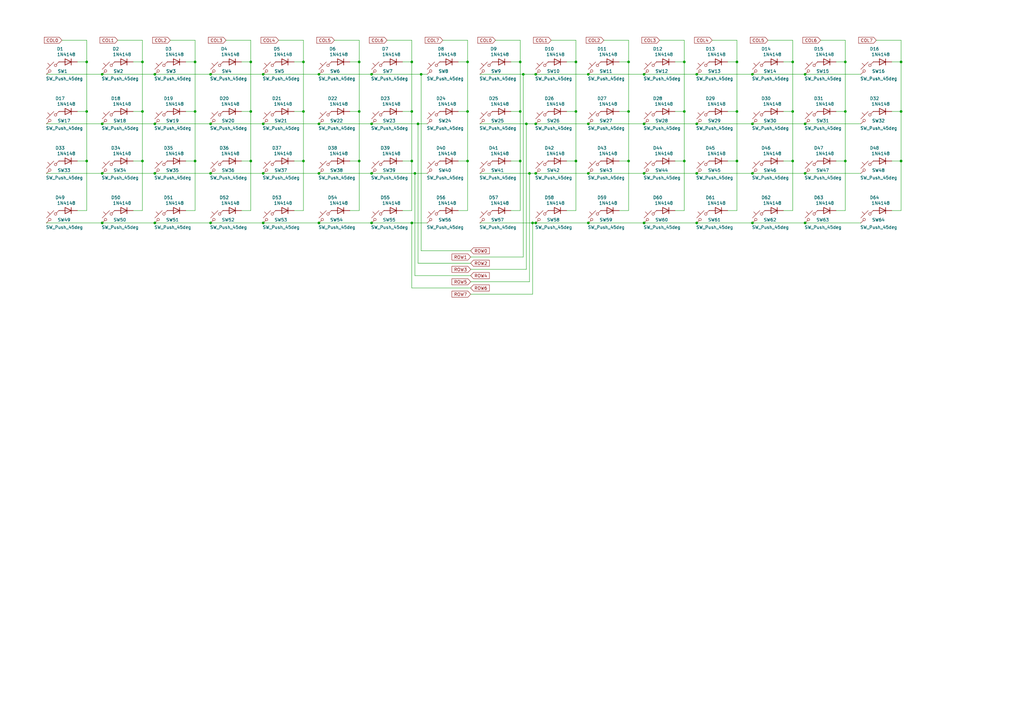
<source format=kicad_sch>
(kicad_sch (version 20250114) (generator "eeschema") (generator_version "9.0")
  (paper "A3")
  (junction (at 219.71 71.12))
  (junction (at 63.5 91.44))
  (junction (at 308.61 30.48))
  (junction (at 170.18 71.12))
  (junction (at 147.32 25.4))
  (junction (at 236.22 25.4))
  (junction (at 213.36 45.72))
  (junction (at 80.01 66.04))
  (junction (at 172.72 30.48))
  (junction (at 102.87 45.72))
  (junction (at 285.75 30.48))
  (junction (at 219.71 30.48))
  (junction (at 86.36 71.12))
  (junction (at 330.2 50.8))
  (junction (at 191.77 45.72))
  (junction (at 35.56 66.04))
  (junction (at 147.32 45.72))
  (junction (at 236.22 45.72))
  (junction (at 219.71 91.44))
  (junction (at 86.36 91.44))
  (junction (at 325.12 25.4))
  (junction (at 285.75 91.44))
  (junction (at 264.16 50.8))
  (junction (at 257.81 66.04))
  (junction (at 264.16 91.44))
  (junction (at 41.91 91.44))
  (junction (at 302.26 66.04))
  (junction (at 215.9 50.8))
  (junction (at 130.81 50.8))
  (junction (at 41.91 50.8))
  (junction (at 107.95 50.8))
  (junction (at 308.61 50.8))
  (junction (at 346.71 45.72))
  (junction (at 102.87 25.4))
  (junction (at 63.5 50.8))
  (junction (at 58.42 25.4))
  (junction (at 346.71 25.4))
  (junction (at 130.81 30.48))
  (junction (at 168.91 45.72))
  (junction (at 213.36 25.4))
  (junction (at 107.95 91.44))
  (junction (at 63.5 30.48))
  (junction (at 168.91 25.4))
  (junction (at 213.36 66.04))
  (junction (at 58.42 66.04))
  (junction (at 219.71 50.8))
  (junction (at 35.56 25.4))
  (junction (at 257.81 25.4))
  (junction (at 58.42 45.72))
  (junction (at 168.91 66.04))
  (junction (at 191.77 25.4))
  (junction (at 41.91 30.48))
  (junction (at 217.17 71.12))
  (junction (at 63.5 71.12))
  (junction (at 130.81 71.12))
  (junction (at 346.71 66.04))
  (junction (at 241.3 30.48))
  (junction (at 102.87 66.04))
  (junction (at 308.61 91.44))
  (junction (at 86.36 50.8))
  (junction (at 171.45 50.8))
  (junction (at 257.81 45.72))
  (junction (at 41.91 71.12))
  (junction (at 264.16 71.12))
  (junction (at 302.26 25.4))
  (junction (at 80.01 45.72))
  (junction (at 191.77 66.04))
  (junction (at 369.57 45.72))
  (junction (at 285.75 71.12))
  (junction (at 369.57 25.4))
  (junction (at 124.46 66.04))
  (junction (at 280.67 25.4))
  (junction (at 330.2 71.12))
  (junction (at 80.01 25.4))
  (junction (at 330.2 91.44))
  (junction (at 285.75 50.8))
  (junction (at 241.3 91.44))
  (junction (at 152.4 30.48))
  (junction (at 168.91 91.44))
  (junction (at 218.44 91.44))
  (junction (at 86.36 30.48))
  (junction (at 280.67 66.04))
  (junction (at 302.26 45.72))
  (junction (at 107.95 71.12))
  (junction (at 152.4 50.8))
  (junction (at 152.4 71.12))
  (junction (at 325.12 45.72))
  (junction (at 369.57 66.04))
  (junction (at 152.4 91.44))
  (junction (at 308.61 71.12))
  (junction (at 325.12 66.04))
  (junction (at 35.56 45.72))
  (junction (at 147.32 66.04))
  (junction (at 264.16 30.48))
  (junction (at 280.67 45.72))
  (junction (at 330.2 30.48))
  (junction (at 236.22 66.04))
  (junction (at 124.46 25.4))
  (junction (at 124.46 45.72))
  (junction (at 241.3 50.8))
  (junction (at 241.3 71.12))
  (junction (at 214.63 30.48))
  (junction (at 130.81 91.44))
  (junction (at 107.95 30.48))
  (wire (pts (xy 285.75 71.12) (xy 308.61 71.12)))
  (wire (pts (xy 152.4 91.44) (xy 168.91 91.44)))
  (wire (pts (xy 321.31 86.36) (xy 325.12 86.36)))
  (wire (pts (xy 168.91 16.51) (xy 168.91 25.4)))
  (wire (pts (xy 369.57 25.4) (xy 365.76 25.4)))
  (wire (pts (xy 270.51 16.51) (xy 280.67 16.51)))
  (wire (pts (xy 217.17 71.12) (xy 219.71 71.12)))
  (wire (pts (xy 280.67 16.51) (xy 280.67 25.4)))
  (wire (pts (xy 236.22 45.72) (xy 236.22 66.04)))
  (wire (pts (xy 369.57 45.72) (xy 369.57 66.04)))
  (wire (pts (xy 191.77 66.04) (xy 191.77 86.36)))
  (wire (pts (xy 247.65 16.51) (xy 257.81 16.51)))
  (wire (pts (xy 124.46 16.51) (xy 124.46 25.4)))
  (wire (pts (xy 330.2 50.8) (xy 353.06 50.8)))
  (wire (pts (xy 41.91 50.8) (xy 63.5 50.8)))
  (wire (pts (xy 213.36 25.4) (xy 213.36 45.72)))
  (wire (pts (xy 168.91 91.44) (xy 168.91 118.11)))
  (wire (pts (xy 147.32 16.51) (xy 147.32 25.4)))
  (wire (pts (xy 63.5 71.12) (xy 86.36 71.12)))
  (wire (pts (xy 213.36 45.72) (xy 213.36 66.04)))
  (wire (pts (xy 213.36 66.04) (xy 213.36 86.36)))
  (wire (pts (xy 168.91 25.4) (xy 168.91 45.72)))
  (wire (pts (xy 193.04 118.11) (xy 168.91 118.11)))
  (wire (pts (xy 196.85 71.12) (xy 217.17 71.12)))
  (wire (pts (xy 152.4 30.48) (xy 172.72 30.48)))
  (wire (pts (xy 99.06 86.36) (xy 102.87 86.36)))
  (wire (pts (xy 35.56 25.4) (xy 35.56 45.72)))
  (wire (pts (xy 369.57 25.4) (xy 369.57 45.72)))
  (wire (pts (xy 191.77 45.72) (xy 191.77 66.04)))
  (wire (pts (xy 276.86 45.72) (xy 280.67 45.72)))
  (wire (pts (xy 308.61 91.44) (xy 330.2 91.44)))
  (wire (pts (xy 232.41 25.4) (xy 236.22 25.4)))
  (wire (pts (xy 215.9 110.49) (xy 215.9 50.8)))
  (wire (pts (xy 196.85 30.48) (xy 214.63 30.48)))
  (wire (pts (xy 69.85 16.51) (xy 80.01 16.51)))
  (wire (pts (xy 264.16 91.44) (xy 285.75 91.44)))
  (wire (pts (xy 325.12 25.4) (xy 321.31 25.4)))
  (wire (pts (xy 257.81 45.72) (xy 257.81 66.04)))
  (wire (pts (xy 102.87 45.72) (xy 102.87 66.04)))
  (wire (pts (xy 54.61 45.72) (xy 58.42 45.72)))
  (wire (pts (xy 58.42 25.4) (xy 58.42 45.72)))
  (wire (pts (xy 19.05 50.8) (xy 41.91 50.8)))
  (wire (pts (xy 308.61 50.8) (xy 330.2 50.8)))
  (wire (pts (xy 31.75 86.36) (xy 35.56 86.36)))
  (wire (pts (xy 165.1 45.72) (xy 168.91 45.72)))
  (wire (pts (xy 193.04 113.03) (xy 170.18 113.03)))
  (wire (pts (xy 214.63 30.48) (xy 219.71 30.48)))
  (wire (pts (xy 346.71 25.4) (xy 346.71 45.72)))
  (wire (pts (xy 218.44 120.65) (xy 218.44 91.44)))
  (wire (pts (xy 86.36 71.12) (xy 107.95 71.12)))
  (wire (pts (xy 63.5 50.8) (xy 86.36 50.8)))
  (wire (pts (xy 365.76 86.36) (xy 369.57 86.36)))
  (wire (pts (xy 193.04 110.49) (xy 215.9 110.49)))
  (wire (pts (xy 54.61 66.04) (xy 58.42 66.04)))
  (wire (pts (xy 241.3 71.12) (xy 264.16 71.12)))
  (wire (pts (xy 302.26 16.51) (xy 302.26 25.4)))
  (wire (pts (xy 369.57 66.04) (xy 369.57 86.36)))
  (wire (pts (xy 120.65 45.72) (xy 124.46 45.72)))
  (wire (pts (xy 124.46 66.04) (xy 124.46 86.36)))
  (wire (pts (xy 308.61 71.12) (xy 330.2 71.12)))
  (wire (pts (xy 219.71 30.48) (xy 241.3 30.48)))
  (wire (pts (xy 147.32 66.04) (xy 147.32 86.36)))
  (wire (pts (xy 143.51 45.72) (xy 147.32 45.72)))
  (wire (pts (xy 280.67 45.72) (xy 280.67 66.04)))
  (wire (pts (xy 19.05 91.44) (xy 41.91 91.44)))
  (wire (pts (xy 80.01 66.04) (xy 80.01 86.36)))
  (wire (pts (xy 241.3 91.44) (xy 264.16 91.44)))
  (wire (pts (xy 369.57 16.51) (xy 369.57 25.4)))
  (wire (pts (xy 35.56 45.72) (xy 35.56 66.04)))
  (wire (pts (xy 302.26 66.04) (xy 298.45 66.04)))
  (wire (pts (xy 63.5 91.44) (xy 86.36 91.44)))
  (wire (pts (xy 280.67 25.4) (xy 280.67 45.72)))
  (wire (pts (xy 302.26 45.72) (xy 302.26 66.04)))
  (wire (pts (xy 124.46 25.4) (xy 124.46 45.72)))
  (wire (pts (xy 254 45.72) (xy 257.81 45.72)))
  (wire (pts (xy 102.87 16.51) (xy 102.87 25.4)))
  (wire (pts (xy 172.72 102.87) (xy 193.04 102.87)))
  (wire (pts (xy 168.91 91.44) (xy 175.26 91.44)))
  (wire (pts (xy 99.06 66.04) (xy 102.87 66.04)))
  (wire (pts (xy 80.01 25.4) (xy 80.01 45.72)))
  (wire (pts (xy 209.55 86.36) (xy 213.36 86.36)))
  (wire (pts (xy 292.1 16.51) (xy 302.26 16.51)))
  (wire (pts (xy 264.16 71.12) (xy 285.75 71.12)))
  (wire (pts (xy 25.4 16.51) (xy 35.56 16.51)))
  (wire (pts (xy 107.95 71.12) (xy 130.81 71.12)))
  (wire (pts (xy 219.71 71.12) (xy 241.3 71.12)))
  (wire (pts (xy 107.95 91.44) (xy 130.81 91.44)))
  (wire (pts (xy 257.81 25.4) (xy 257.81 45.72)))
  (wire (pts (xy 130.81 30.48) (xy 152.4 30.48)))
  (wire (pts (xy 321.31 45.72) (xy 325.12 45.72)))
  (wire (pts (xy 264.16 30.48) (xy 285.75 30.48)))
  (wire (pts (xy 58.42 45.72) (xy 58.42 66.04)))
  (wire (pts (xy 193.04 115.57) (xy 217.17 115.57)))
  (wire (pts (xy 342.9 86.36) (xy 346.71 86.36)))
  (wire (pts (xy 171.45 50.8) (xy 175.26 50.8)))
  (wire (pts (xy 54.61 86.36) (xy 58.42 86.36)))
  (wire (pts (xy 330.2 30.48) (xy 353.06 30.48)))
  (wire (pts (xy 165.1 25.4) (xy 168.91 25.4)))
  (wire (pts (xy 76.2 86.36) (xy 80.01 86.36)))
  (wire (pts (xy 308.61 30.48) (xy 330.2 30.48)))
  (wire (pts (xy 302.26 25.4) (xy 302.26 45.72)))
  (wire (pts (xy 302.26 25.4) (xy 298.45 25.4)))
  (wire (pts (xy 196.85 50.8) (xy 215.9 50.8)))
  (wire (pts (xy 41.91 71.12) (xy 63.5 71.12)))
  (wire (pts (xy 130.81 91.44) (xy 152.4 91.44)))
  (wire (pts (xy 172.72 30.48) (xy 175.26 30.48)))
  (wire (pts (xy 170.18 71.12) (xy 170.18 113.03)))
  (wire (pts (xy 187.96 86.36) (xy 191.77 86.36)))
  (wire (pts (xy 219.71 91.44) (xy 241.3 91.44)))
  (wire (pts (xy 196.85 91.44) (xy 218.44 91.44)))
  (wire (pts (xy 102.87 66.04) (xy 102.87 86.36)))
  (wire (pts (xy 257.81 66.04) (xy 257.81 86.36)))
  (wire (pts (xy 170.18 71.12) (xy 175.26 71.12)))
  (wire (pts (xy 346.71 45.72) (xy 346.71 66.04)))
  (wire (pts (xy 241.3 30.48) (xy 264.16 30.48)))
  (wire (pts (xy 346.71 25.4) (xy 342.9 25.4)))
  (wire (pts (xy 152.4 71.12) (xy 170.18 71.12)))
  (wire (pts (xy 107.95 30.48) (xy 130.81 30.48)))
  (wire (pts (xy 191.77 25.4) (xy 191.77 45.72)))
  (wire (pts (xy 219.71 50.8) (xy 241.3 50.8)))
  (wire (pts (xy 152.4 50.8) (xy 171.45 50.8)))
  (wire (pts (xy 342.9 45.72) (xy 346.71 45.72)))
  (wire (pts (xy 193.04 105.41) (xy 214.63 105.41)))
  (wire (pts (xy 31.75 25.4) (xy 35.56 25.4)))
  (wire (pts (xy 257.81 25.4) (xy 254 25.4)))
  (wire (pts (xy 257.81 16.51) (xy 257.81 25.4)))
  (wire (pts (xy 254 86.36) (xy 257.81 86.36)))
  (wire (pts (xy 213.36 66.04) (xy 209.55 66.04)))
  (wire (pts (xy 302.26 66.04) (xy 302.26 86.36)))
  (wire (pts (xy 187.96 25.4) (xy 191.77 25.4)))
  (wire (pts (xy 171.45 50.8) (xy 171.45 107.95)))
  (wire (pts (xy 236.22 66.04) (xy 236.22 86.36)))
  (wire (pts (xy 86.36 91.44) (xy 107.95 91.44)))
  (wire (pts (xy 325.12 66.04) (xy 325.12 86.36)))
  (wire (pts (xy 236.22 66.04) (xy 232.41 66.04)))
  (wire (pts (xy 143.51 86.36) (xy 147.32 86.36)))
  (wire (pts (xy 147.32 25.4) (xy 147.32 45.72)))
  (wire (pts (xy 137.16 16.51) (xy 147.32 16.51)))
  (wire (pts (xy 107.95 50.8) (xy 130.81 50.8)))
  (wire (pts (xy 114.3 16.51) (xy 124.46 16.51)))
  (wire (pts (xy 35.56 16.51) (xy 35.56 25.4)))
  (wire (pts (xy 236.22 25.4) (xy 236.22 45.72)))
  (wire (pts (xy 298.45 45.72) (xy 302.26 45.72)))
  (wire (pts (xy 330.2 91.44) (xy 353.06 91.44)))
  (wire (pts (xy 325.12 66.04) (xy 321.31 66.04)))
  (wire (pts (xy 80.01 45.72) (xy 80.01 66.04)))
  (wire (pts (xy 285.75 50.8) (xy 308.61 50.8)))
  (wire (pts (xy 172.72 30.48) (xy 172.72 102.87)))
  (wire (pts (xy 325.12 45.72) (xy 325.12 66.04)))
  (wire (pts (xy 80.01 16.51) (xy 80.01 25.4)))
  (wire (pts (xy 232.41 86.36) (xy 236.22 86.36)))
  (wire (pts (xy 369.57 66.04) (xy 365.76 66.04)))
  (wire (pts (xy 120.65 86.36) (xy 124.46 86.36)))
  (wire (pts (xy 346.71 66.04) (xy 342.9 66.04)))
  (wire (pts (xy 346.71 66.04) (xy 346.71 86.36)))
  (wire (pts (xy 215.9 50.8) (xy 219.71 50.8)))
  (wire (pts (xy 19.05 30.48) (xy 41.91 30.48)))
  (wire (pts (xy 31.75 66.04) (xy 35.56 66.04)))
  (wire (pts (xy 325.12 25.4) (xy 325.12 45.72)))
  (wire (pts (xy 280.67 66.04) (xy 276.86 66.04)))
  (wire (pts (xy 92.71 16.51) (xy 102.87 16.51)))
  (wire (pts (xy 168.91 45.72) (xy 168.91 66.04)))
  (wire (pts (xy 209.55 45.72) (xy 213.36 45.72)))
  (wire (pts (xy 280.67 25.4) (xy 276.86 25.4)))
  (wire (pts (xy 102.87 25.4) (xy 102.87 45.72)))
  (wire (pts (xy 120.65 66.04) (xy 124.46 66.04)))
  (wire (pts (xy 314.96 16.51) (xy 325.12 16.51)))
  (wire (pts (xy 31.75 45.72) (xy 35.56 45.72)))
  (wire (pts (xy 41.91 91.44) (xy 63.5 91.44)))
  (wire (pts (xy 285.75 30.48) (xy 308.61 30.48)))
  (wire (pts (xy 330.2 71.12) (xy 353.06 71.12)))
  (wire (pts (xy 214.63 105.41) (xy 214.63 30.48)))
  (wire (pts (xy 165.1 66.04) (xy 168.91 66.04)))
  (wire (pts (xy 213.36 16.51) (xy 213.36 25.4)))
  (wire (pts (xy 35.56 66.04) (xy 35.56 86.36)))
  (wire (pts (xy 130.81 71.12) (xy 152.4 71.12)))
  (wire (pts (xy 298.45 86.36) (xy 302.26 86.36)))
  (wire (pts (xy 241.3 50.8) (xy 264.16 50.8)))
  (wire (pts (xy 143.51 66.04) (xy 147.32 66.04)))
  (wire (pts (xy 236.22 16.51) (xy 236.22 25.4)))
  (wire (pts (xy 158.75 16.51) (xy 168.91 16.51)))
  (wire (pts (xy 130.81 50.8) (xy 152.4 50.8)))
  (wire (pts (xy 217.17 115.57) (xy 217.17 71.12)))
  (wire (pts (xy 58.42 66.04) (xy 58.42 86.36)))
  (wire (pts (xy 99.06 25.4) (xy 102.87 25.4)))
  (wire (pts (xy 168.91 66.04) (xy 168.91 86.36)))
  (wire (pts (xy 325.12 16.51) (xy 325.12 25.4)))
  (wire (pts (xy 218.44 91.44) (xy 219.71 91.44)))
  (wire (pts (xy 257.81 66.04) (xy 254 66.04)))
  (wire (pts (xy 165.1 86.36) (xy 168.91 86.36)))
  (wire (pts (xy 41.91 30.48) (xy 63.5 30.48)))
  (wire (pts (xy 213.36 25.4) (xy 209.55 25.4)))
  (wire (pts (xy 54.61 25.4) (xy 58.42 25.4)))
  (wire (pts (xy 48.26 16.51) (xy 58.42 16.51)))
  (wire (pts (xy 76.2 66.04) (xy 80.01 66.04)))
  (wire (pts (xy 226.06 16.51) (xy 236.22 16.51)))
  (wire (pts (xy 276.86 86.36) (xy 280.67 86.36)))
  (wire (pts (xy 147.32 45.72) (xy 147.32 66.04)))
  (wire (pts (xy 76.2 45.72) (xy 80.01 45.72)))
  (wire (pts (xy 187.96 45.72) (xy 191.77 45.72)))
  (wire (pts (xy 280.67 66.04) (xy 280.67 86.36)))
  (wire (pts (xy 191.77 16.51) (xy 191.77 25.4)))
  (wire (pts (xy 285.75 91.44) (xy 308.61 91.44)))
  (wire (pts (xy 124.46 45.72) (xy 124.46 66.04)))
  (wire (pts (xy 58.42 16.51) (xy 58.42 25.4)))
  (wire (pts (xy 187.96 66.04) (xy 191.77 66.04)))
  (wire (pts (xy 86.36 30.48) (xy 107.95 30.48)))
  (wire (pts (xy 99.06 45.72) (xy 102.87 45.72)))
  (wire (pts (xy 264.16 50.8) (xy 285.75 50.8)))
  (wire (pts (xy 193.04 120.65) (xy 218.44 120.65)))
  (wire (pts (xy 143.51 25.4) (xy 147.32 25.4)))
  (wire (pts (xy 63.5 30.48) (xy 86.36 30.48)))
  (wire (pts (xy 181.61 16.51) (xy 191.77 16.51)))
  (wire (pts (xy 86.36 50.8) (xy 107.95 50.8)))
  (wire (pts (xy 19.05 71.12) (xy 41.91 71.12)))
  (wire (pts (xy 76.2 25.4) (xy 80.01 25.4)))
  (wire (pts (xy 365.76 45.72) (xy 369.57 45.72)))
  (wire (pts (xy 359.41 16.51) (xy 369.57 16.51)))
  (wire (pts (xy 346.71 16.51) (xy 346.71 25.4)))
  (wire (pts (xy 336.55 16.51) (xy 346.71 16.51)))
  (wire (pts (xy 193.04 107.95) (xy 171.45 107.95)))
  (wire (pts (xy 203.2 16.51) (xy 213.36 16.51)))
  (wire (pts (xy 120.65 25.4) (xy 124.46 25.4)))
  (wire (pts (xy 232.41 45.72) (xy 236.22 45.72)))
  (global_label "ROW7" (shape input) (at 193.04 120.65 180) (property "Intersheetrefs" "${INTERSHEET_REFS}" (at 184.7934 120.65 0) (effects (justify right))))
  (global_label "COL4" (shape input) (at 114.3 16.51 180) (property "Intersheetrefs" "${INTERSHEET_REFS}" (at 106.4767 16.51 0) (effects (justify right))))
  (global_label "COL2" (shape input) (at 247.65 16.51 180) (property "Intersheetrefs" "${INTERSHEET_REFS}" (at 239.8267 16.51 0) (effects (justify right))))
  (global_label "COL2" (shape input) (at 69.85 16.51 180) (property "Intersheetrefs" "${INTERSHEET_REFS}" (at 62.0267 16.51 0) (effects (justify right))))
  (global_label "COL0" (shape input) (at 203.2 16.51 180) (property "Intersheetrefs" "${INTERSHEET_REFS}" (at 195.3767 16.51 0) (effects (justify right))))
  (global_label "COL4" (shape input) (at 292.1 16.51 180) (property "Intersheetrefs" "${INTERSHEET_REFS}" (at 284.2767 16.51 0) (effects (justify right))))
  (global_label "COL3" (shape input) (at 270.51 16.51 180) (property "Intersheetrefs" "${INTERSHEET_REFS}" (at 262.6867 16.51 0) (effects (justify right))))
  (global_label "COL5" (shape input) (at 314.96 16.51 180) (property "Intersheetrefs" "${INTERSHEET_REFS}" (at 307.1367 16.51 0) (effects (justify right))))
  (global_label "COL6" (shape input) (at 336.55 16.51 180) (property "Intersheetrefs" "${INTERSHEET_REFS}" (at 328.7267 16.51 0) (effects (justify right))))
  (global_label "COL5" (shape input) (at 137.16 16.51 180) (property "Intersheetrefs" "${INTERSHEET_REFS}" (at 129.3367 16.51 0) (effects (justify right))))
  (global_label "COL1" (shape input) (at 48.26 16.51 180) (property "Intersheetrefs" "${INTERSHEET_REFS}" (at 40.4367 16.51 0) (effects (justify right))))
  (global_label "ROW4" (shape input) (at 193.04 113.03 0) (property "Intersheetrefs" "${INTERSHEET_REFS}" (at 201.2866 113.03 0) (effects (justify left))))
  (global_label "ROW6" (shape input) (at 193.04 118.11 0) (property "Intersheetrefs" "${INTERSHEET_REFS}" (at 201.2866 118.11 0) (effects (justify left))))
  (global_label "COL6" (shape input) (at 158.75 16.51 180) (property "Intersheetrefs" "${INTERSHEET_REFS}" (at 150.9267 16.51 0) (effects (justify right))))
  (global_label "COL3" (shape input) (at 92.71 16.51 180) (property "Intersheetrefs" "${INTERSHEET_REFS}" (at 84.8867 16.51 0) (effects (justify right))))
  (global_label "ROW3" (shape input) (at 193.04 110.49 180) (property "Intersheetrefs" "${INTERSHEET_REFS}" (at 184.7934 110.49 0) (effects (justify right))))
  (global_label "COL7" (shape input) (at 359.41 16.51 180) (property "Intersheetrefs" "${INTERSHEET_REFS}" (at 351.5867 16.51 0) (effects (justify right))))
  (global_label "ROW2" (shape input) (at 193.04 107.95 0) (property "Intersheetrefs" "${INTERSHEET_REFS}" (at 201.2866 107.95 0) (effects (justify left))))
  (global_label "ROW0" (shape input) (at 193.04 102.87 0) (property "Intersheetrefs" "${INTERSHEET_REFS}" (at 201.2866 102.87 0) (effects (justify left))))
  (global_label "ROW1" (shape input) (at 193.04 105.41 180) (property "Intersheetrefs" "${INTERSHEET_REFS}" (at 184.7934 105.41 0) (effects (justify right))))
  (global_label "COL0" (shape input) (at 25.4 16.51 180) (property "Intersheetrefs" "${INTERSHEET_REFS}" (at 17.5767 16.51 0) (effects (justify right))))
  (global_label "COL7" (shape input) (at 181.61 16.51 180) (property "Intersheetrefs" "${INTERSHEET_REFS}" (at 173.7867 16.51 0) (effects (justify right))))
  (global_label "ROW5" (shape input) (at 193.04 115.57 180) (property "Intersheetrefs" "${INTERSHEET_REFS}" (at 184.7934 115.57 0) (effects (justify right))))
  (global_label "COL1" (shape input) (at 226.06 16.51 180) (property "Intersheetrefs" "${INTERSHEET_REFS}" (at 218.2367 16.51 0) (effects (justify right))))
  (symbol (lib_id "Switch:SW_Push_45deg") (at 44.45 48.26 90) (unit 1)
    (property "Reference" "SW18" (at 46.482 49.53 90) (effects (justify right)))
    (property "Value" "SW_Push_45deg" (at 41.656 52.578 90) (effects (justify right)))
    (property "Footprint" "Connector_JST:JST_PH_B2B-PH-K_1x02_P2.00mm_Vertical" (effects (hide yes)))
    (property "Description" "Push button switch, normally open, two pins, 45° tilted" (effects (hide yes)))
    (property "LCSC" "C131337" (effects (hide yes)))
  )
  (symbol (lib_id "Switch:SW_Push_45deg") (at 44.45 27.94 90) (unit 1)
    (property "Reference" "SW2" (at 46.482 29.21 90) (effects (justify right)))
    (property "Value" "SW_Push_45deg" (at 41.656 32.258 90) (effects (justify right)))
    (property "Footprint" "Connector_JST:JST_PH_B2B-PH-K_1x02_P2.00mm_Vertical" (effects (hide yes)))
    (property "Description" "Push button switch, normally open, two pins, 45° tilted" (effects (hide yes)))
    (property "LCSC" "C131337" (effects (hide yes)))
  )
  (symbol (lib_id "Diode:1N4148") (at 161.29 45.72 180) (unit 1)
    (property "Reference" "D23" (at 157.988 40.386 0))
    (property "Value" "1N4148" (at 160.528 42.672 0))
    (property "Footprint" "Diode_SMD:D_SOD-323" (effects (hide yes)))
    (property "Datasheet" "https://assets.nexperia.com/documents/data-sheet/1N4148_1N4448.pdf" (effects (hide yes)))
    (property "Description" "100V 0.15A standard switching diode, DO-35" (effects (hide yes)))
    (property "Sim.Device" "D" (effects (hide yes)))
    (property "Sim.Pins" "1=K 2=A" (effects (hide yes)))
  )
  (symbol (lib_id "Diode:1N4148") (at 294.64 45.72 180) (unit 1)
    (property "Reference" "D29" (at 291.338 40.386 0))
    (property "Value" "1N4148" (at 293.878 42.672 0))
    (property "Footprint" "Diode_SMD:D_SOD-323" (effects (hide yes)))
    (property "Datasheet" "https://assets.nexperia.com/documents/data-sheet/1N4148_1N4448.pdf" (effects (hide yes)))
    (property "Description" "100V 0.15A standard switching diode, DO-35" (effects (hide yes)))
    (property "Sim.Device" "D" (effects (hide yes)))
    (property "Sim.Pins" "1=K 2=A" (effects (hide yes)))
  )
  (symbol (lib_id "Switch:SW_Push_45deg") (at 332.74 48.26 90) (unit 1)
    (property "Reference" "SW31" (at 334.772 49.53 90) (effects (justify right)))
    (property "Value" "SW_Push_45deg" (at 329.946 52.578 90) (effects (justify right)))
    (property "Footprint" "Connector_JST:JST_PH_B2B-PH-K_1x02_P2.00mm_Vertical" (effects (hide yes)))
    (property "Description" "Push button switch, normally open, two pins, 45° tilted" (effects (hide yes)))
  )
  (symbol (lib_id "Diode:1N4148") (at 95.25 66.04 180) (unit 1)
    (property "Reference" "D36" (at 91.948 60.706 0))
    (property "Value" "1N4148" (at 94.488 62.992 0))
    (property "Footprint" "Diode_SMD:D_SOD-323" (effects (hide yes)))
    (property "Datasheet" "https://assets.nexperia.com/documents/data-sheet/1N4148_1N4448.pdf" (effects (hide yes)))
    (property "Description" "100V 0.15A standard switching diode, DO-35" (effects (hide yes)))
    (property "Sim.Device" "D" (effects (hide yes)))
    (property "Sim.Pins" "1=K 2=A" (effects (hide yes)))
  )
  (symbol (lib_id "Switch:SW_Push_45deg") (at 355.6 48.26 90) (unit 1)
    (property "Reference" "SW32" (at 357.632 49.53 90) (effects (justify right)))
    (property "Value" "SW_Push_45deg" (at 352.806 52.578 90) (effects (justify right)))
    (property "Footprint" "Connector_JST:JST_PH_B2B-PH-K_1x02_P2.00mm_Vertical" (effects (hide yes)))
    (property "Description" "Push button switch, normally open, two pins, 45° tilted" (effects (hide yes)))
  )
  (symbol (lib_id "Switch:SW_Push_45deg") (at 355.6 68.58 90) (unit 1)
    (property "Reference" "SW48" (at 357.632 69.85 90) (effects (justify right)))
    (property "Value" "SW_Push_45deg" (at 352.806 72.898 90) (effects (justify right)))
    (property "Footprint" "Connector_JST:JST_PH_B2B-PH-K_1x02_P2.00mm_Vertical" (effects (hide yes)))
    (property "Description" "Push button switch, normally open, two pins, 45° tilted" (effects (hide yes)))
  )
  (symbol (lib_id "Diode:1N4148") (at 50.8 66.04 180) (unit 1)
    (property "Reference" "D34" (at 47.498 60.706 0))
    (property "Value" "1N4148" (at 50.038 62.992 0))
    (property "Footprint" "Diode_SMD:D_SOD-323" (effects (hide yes)))
    (property "Datasheet" "https://assets.nexperia.com/documents/data-sheet/1N4148_1N4448.pdf" (effects (hide yes)))
    (property "Description" "100V 0.15A standard switching diode, DO-35" (effects (hide yes)))
    (property "Sim.Device" "D" (effects (hide yes)))
    (property "Sim.Pins" "1=K 2=A" (effects (hide yes)))
  )
  (symbol (lib_id "Switch:SW_Push_45deg") (at 66.04 27.94 90) (unit 1)
    (property "Reference" "SW3" (at 68.072 29.21 90) (effects (justify right)))
    (property "Value" "SW_Push_45deg" (at 63.246 32.258 90) (effects (justify right)))
    (property "Footprint" "Connector_JST:JST_PH_B2B-PH-K_1x02_P2.00mm_Vertical" (effects (hide yes)))
    (property "Description" "Push button switch, normally open, two pins, 45° tilted" (effects (hide yes)))
    (property "LCSC" "C131337" (effects (hide yes)))
  )
  (symbol (lib_id "Switch:SW_Push_45deg") (at 199.39 88.9 90) (unit 1)
    (property "Reference" "SW57" (at 201.422 90.17 90) (effects (justify right)))
    (property "Value" "SW_Push_45deg" (at 196.596 93.218 90) (effects (justify right)))
    (property "Footprint" "Connector_JST:JST_PH_B2B-PH-K_1x02_P2.00mm_Vertical" (effects (hide yes)))
    (property "Description" "Push button switch, normally open, two pins, 45° tilted" (effects (hide yes)))
  )
  (symbol (lib_id "Diode:1N4148") (at 184.15 66.04 180) (unit 1)
    (property "Reference" "D40" (at 180.848 60.706 0))
    (property "Value" "1N4148" (at 183.388 62.992 0))
    (property "Footprint" "Diode_SMD:D_SOD-323" (effects (hide yes)))
    (property "Datasheet" "https://assets.nexperia.com/documents/data-sheet/1N4148_1N4448.pdf" (effects (hide yes)))
    (property "Description" "100V 0.15A standard switching diode, DO-35" (effects (hide yes)))
    (property "Sim.Device" "D" (effects (hide yes)))
    (property "Sim.Pins" "1=K 2=A" (effects (hide yes)))
  )
  (symbol (lib_id "Diode:1N4148") (at 228.6 66.04 180) (unit 1)
    (property "Reference" "D42" (at 225.298 60.706 0))
    (property "Value" "1N4148" (at 227.838 62.992 0))
    (property "Footprint" "Diode_SMD:D_SOD-323" (effects (hide yes)))
    (property "Datasheet" "https://assets.nexperia.com/documents/data-sheet/1N4148_1N4448.pdf" (effects (hide yes)))
    (property "Description" "100V 0.15A standard switching diode, DO-35" (effects (hide yes)))
    (property "Sim.Device" "D" (effects (hide yes)))
    (property "Sim.Pins" "1=K 2=A" (effects (hide yes)))
  )
  (symbol (lib_id "Switch:SW_Push_45deg") (at 243.84 27.94 90) (unit 1)
    (property "Reference" "SW11" (at 245.872 29.21 90) (effects (justify right)))
    (property "Value" "SW_Push_45deg" (at 241.046 32.258 90) (effects (justify right)))
    (property "Footprint" "Connector_JST:JST_PH_B2B-PH-K_1x02_P2.00mm_Vertical" (effects (hide yes)))
    (property "Description" "Push button switch, normally open, two pins, 45° tilted" (effects (hide yes)))
  )
  (symbol (lib_id "Switch:SW_Push_45deg") (at 311.15 48.26 90) (unit 1)
    (property "Reference" "SW30" (at 313.182 49.53 90) (effects (justify right)))
    (property "Value" "SW_Push_45deg" (at 308.356 52.578 90) (effects (justify right)))
    (property "Footprint" "Connector_JST:JST_PH_B2B-PH-K_1x02_P2.00mm_Vertical" (effects (hide yes)))
    (property "Description" "Push button switch, normally open, two pins, 45° tilted" (effects (hide yes)))
  )
  (symbol (lib_id "Switch:SW_Push_45deg") (at 311.15 68.58 90) (unit 1)
    (property "Reference" "SW46" (at 313.182 69.85 90) (effects (justify right)))
    (property "Value" "SW_Push_45deg" (at 308.356 72.898 90) (effects (justify right)))
    (property "Footprint" "Connector_JST:JST_PH_B2B-PH-K_1x02_P2.00mm_Vertical" (effects (hide yes)))
    (property "Description" "Push button switch, normally open, two pins, 45° tilted" (effects (hide yes)))
  )
  (symbol (lib_id "Diode:1N4148") (at 317.5 25.4 180) (unit 1)
    (property "Reference" "D14" (at 314.198 20.066 0))
    (property "Value" "1N4148" (at 316.738 22.352 0))
    (property "Footprint" "Diode_SMD:D_SOD-323" (effects (hide yes)))
    (property "Datasheet" "https://assets.nexperia.com/documents/data-sheet/1N4148_1N4448.pdf" (effects (hide yes)))
    (property "Description" "100V 0.15A standard switching diode, DO-35" (effects (hide yes)))
    (property "Sim.Device" "D" (effects (hide yes)))
    (property "Sim.Pins" "1=K 2=A" (effects (hide yes)))
  )
  (symbol (lib_id "Switch:SW_Push_45deg") (at 21.59 48.26 90) (unit 1)
    (property "Reference" "SW17" (at 23.622 49.53 90) (effects (justify right)))
    (property "Value" "SW_Push_45deg" (at 18.796 52.578 90) (effects (justify right)))
    (property "Footprint" "Connector_JST:JST_PH_B2B-PH-K_1x02_P2.00mm_Vertical" (effects (hide yes)))
    (property "Description" "Push button switch, normally open, two pins, 45° tilted" (effects (hide yes)))
    (property "LCSC" "C131337" (effects (hide yes)))
  )
  (symbol (lib_id "Diode:1N4148") (at 95.25 25.4 180) (unit 1)
    (property "Reference" "D4" (at 91.948 20.066 0))
    (property "Value" "1N4148" (at 94.488 22.352 0))
    (property "Footprint" "Diode_SMD:D_SOD-323" (effects (hide yes)))
    (property "Datasheet" "https://assets.nexperia.com/documents/data-sheet/1N4148_1N4448.pdf" (effects (hide yes)))
    (property "Description" "100V 0.15A standard switching diode, DO-35" (effects (hide yes)))
    (property "Sim.Device" "D" (effects (hide yes)))
    (property "Sim.Pins" "1=K 2=A" (effects (hide yes)))
  )
  (symbol (lib_id "Switch:SW_Push_45deg") (at 21.59 27.94 90) (unit 1)
    (property "Reference" "SW1" (at 23.622 29.21 90) (effects (justify right)))
    (property "Value" "SW_Push_45deg" (at 18.796 32.258 90) (effects (justify right)))
    (property "Footprint" "Connector_JST:JST_PH_B2B-PH-K_1x02_P2.00mm_Vertical" (effects (hide yes)))
    (property "Description" "Push button switch, normally open, two pins, 45° tilted" (effects (hide yes)))
    (property "LCSC" "C131337" (effects (hide yes)))
  )
  (symbol (lib_id "Switch:SW_Push_45deg") (at 133.35 68.58 90) (unit 1)
    (property "Reference" "SW38" (at 135.382 69.85 90) (effects (justify right)))
    (property "Value" "SW_Push_45deg" (at 130.556 72.898 90) (effects (justify right)))
    (property "Footprint" "Connector_JST:JST_PH_B2B-PH-K_1x02_P2.00mm_Vertical" (effects (hide yes)))
    (property "Description" "Push button switch, normally open, two pins, 45° tilted" (effects (hide yes)))
  )
  (symbol (lib_id "Switch:SW_Push_45deg") (at 154.94 27.94 90) (unit 1)
    (property "Reference" "SW7" (at 156.972 29.21 90) (effects (justify right)))
    (property "Value" "SW_Push_45deg" (at 152.146 32.258 90) (effects (justify right)))
    (property "Footprint" "Connector_JST:JST_PH_B2B-PH-K_1x02_P2.00mm_Vertical" (effects (hide yes)))
    (property "Description" "Push button switch, normally open, two pins, 45° tilted" (effects (hide yes)))
    (property "LCSC" "C131337" (effects (hide yes)))
  )
  (symbol (lib_id "Diode:1N4148") (at 228.6 25.4 180) (unit 1)
    (property "Reference" "D10" (at 225.298 20.066 0))
    (property "Value" "1N4148" (at 227.838 22.352 0))
    (property "Footprint" "Diode_SMD:D_SOD-323" (effects (hide yes)))
    (property "Datasheet" "https://assets.nexperia.com/documents/data-sheet/1N4148_1N4448.pdf" (effects (hide yes)))
    (property "Description" "100V 0.15A standard switching diode, DO-35" (effects (hide yes)))
    (property "Sim.Device" "D" (effects (hide yes)))
    (property "Sim.Pins" "1=K 2=A" (effects (hide yes)))
  )
  (symbol (lib_id "Diode:1N4148") (at 250.19 86.36 180) (unit 1)
    (property "Reference" "D59" (at 246.888 81.026 0))
    (property "Value" "1N4148" (at 249.428 83.312 0))
    (property "Footprint" "Diode_SMD:D_SOD-323" (effects (hide yes)))
    (property "Datasheet" "https://assets.nexperia.com/documents/data-sheet/1N4148_1N4448.pdf" (effects (hide yes)))
    (property "Description" "100V 0.15A standard switching diode, DO-35" (effects (hide yes)))
    (property "Sim.Device" "D" (effects (hide yes)))
    (property "Sim.Pins" "1=K 2=A" (effects (hide yes)))
  )
  (symbol (lib_id "Switch:SW_Push_45deg") (at 88.9 27.94 90) (unit 1)
    (property "Reference" "SW4" (at 90.932 29.21 90) (effects (justify right)))
    (property "Value" "SW_Push_45deg" (at 86.106 32.258 90) (effects (justify right)))
    (property "Footprint" "Connector_JST:JST_PH_B2B-PH-K_1x02_P2.00mm_Vertical" (effects (hide yes)))
    (property "Description" "Push button switch, normally open, two pins, 45° tilted" (effects (hide yes)))
    (property "LCSC" "C131337" (effects (hide yes)))
  )
  (symbol (lib_id "Switch:SW_Push_45deg") (at 288.29 88.9 90) (unit 1)
    (property "Reference" "SW61" (at 290.322 90.17 90) (effects (justify right)))
    (property "Value" "SW_Push_45deg" (at 285.496 93.218 90) (effects (justify right)))
    (property "Footprint" "Connector_JST:JST_PH_B2B-PH-K_1x02_P2.00mm_Vertical" (effects (hide yes)))
    (property "Description" "Push button switch, normally open, two pins, 45° tilted" (effects (hide yes)))
  )
  (symbol (lib_id "Diode:1N4148") (at 116.84 45.72 180) (unit 1)
    (property "Reference" "D21" (at 113.538 40.386 0))
    (property "Value" "1N4148" (at 116.078 42.672 0))
    (property "Footprint" "Diode_SMD:D_SOD-323" (effects (hide yes)))
    (property "Datasheet" "https://assets.nexperia.com/documents/data-sheet/1N4148_1N4448.pdf" (effects (hide yes)))
    (property "Description" "100V 0.15A standard switching diode, DO-35" (effects (hide yes)))
    (property "Sim.Device" "D" (effects (hide yes)))
    (property "Sim.Pins" "1=K 2=A" (effects (hide yes)))
  )
  (symbol (lib_id "Diode:1N4148") (at 339.09 86.36 180) (unit 1)
    (property "Reference" "D63" (at 335.788 81.026 0))
    (property "Value" "1N4148" (at 338.328 83.312 0))
    (property "Footprint" "Diode_SMD:D_SOD-323" (effects (hide yes)))
    (property "Datasheet" "https://assets.nexperia.com/documents/data-sheet/1N4148_1N4448.pdf" (effects (hide yes)))
    (property "Description" "100V 0.15A standard switching diode, DO-35" (effects (hide yes)))
    (property "Sim.Device" "D" (effects (hide yes)))
    (property "Sim.Pins" "1=K 2=A" (effects (hide yes)))
  )
  (symbol (lib_id "Switch:SW_Push_45deg") (at 177.8 68.58 90) (unit 1)
    (property "Reference" "SW40" (at 179.832 69.85 90) (effects (justify right)))
    (property "Value" "SW_Push_45deg" (at 175.006 72.898 90) (effects (justify right)))
    (property "Footprint" "Connector_JST:JST_PH_B2B-PH-K_1x02_P2.00mm_Vertical" (effects (hide yes)))
    (property "Description" "Push button switch, normally open, two pins, 45° tilted" (effects (hide yes)))
  )
  (symbol (lib_id "Diode:1N4148") (at 27.94 45.72 180) (unit 1)
    (property "Reference" "D17" (at 24.638 40.386 0))
    (property "Value" "1N4148" (at 27.178 42.672 0))
    (property "Footprint" "Diode_SMD:D_SOD-323" (effects (hide yes)))
    (property "Datasheet" "https://assets.nexperia.com/documents/data-sheet/1N4148_1N4448.pdf" (effects (hide yes)))
    (property "Description" "100V 0.15A standard switching diode, DO-35" (effects (hide yes)))
    (property "Sim.Device" "D" (effects (hide yes)))
    (property "Sim.Pins" "1=K 2=A" (effects (hide yes)))
  )
  (symbol (lib_id "Switch:SW_Push_45deg") (at 177.8 48.26 90) (unit 1)
    (property "Reference" "SW24" (at 179.832 49.53 90) (effects (justify right)))
    (property "Value" "SW_Push_45deg" (at 175.006 52.578 90) (effects (justify right)))
    (property "Footprint" "Connector_JST:JST_PH_B2B-PH-K_1x02_P2.00mm_Vertical" (effects (hide yes)))
    (property "Description" "Push button switch, normally open, two pins, 45° tilted" (effects (hide yes)))
    (property "LCSC" "C131337" (effects (hide yes)))
  )
  (symbol (lib_id "Switch:SW_Push_45deg") (at 110.49 48.26 90) (unit 1)
    (property "Reference" "SW21" (at 112.522 49.53 90) (effects (justify right)))
    (property "Value" "SW_Push_45deg" (at 107.696 52.578 90) (effects (justify right)))
    (property "Footprint" "Connector_JST:JST_PH_B2B-PH-K_1x02_P2.00mm_Vertical" (effects (hide yes)))
    (property "Description" "Push button switch, normally open, two pins, 45° tilted" (effects (hide yes)))
    (property "LCSC" "C131337" (effects (hide yes)))
  )
  (symbol (lib_id "Switch:SW_Push_45deg") (at 199.39 48.26 90) (unit 1)
    (property "Reference" "SW25" (at 201.422 49.53 90) (effects (justify right)))
    (property "Value" "SW_Push_45deg" (at 196.596 52.578 90) (effects (justify right)))
    (property "Footprint" "Connector_JST:JST_PH_B2B-PH-K_1x02_P2.00mm_Vertical" (effects (hide yes)))
    (property "Description" "Push button switch, normally open, two pins, 45° tilted" (effects (hide yes)))
  )
  (symbol (lib_id "Switch:SW_Push_45deg") (at 88.9 48.26 90) (unit 1)
    (property "Reference" "SW20" (at 90.932 49.53 90) (effects (justify right)))
    (property "Value" "SW_Push_45deg" (at 86.106 52.578 90) (effects (justify right)))
    (property "Footprint" "Connector_JST:JST_PH_B2B-PH-K_1x02_P2.00mm_Vertical" (effects (hide yes)))
    (property "Description" "Push button switch, normally open, two pins, 45° tilted" (effects (hide yes)))
    (property "LCSC" "C131337" (effects (hide yes)))
  )
  (symbol (lib_id "Switch:SW_Push_45deg") (at 44.45 68.58 90) (unit 1)
    (property "Reference" "SW34" (at 46.482 69.85 90) (effects (justify right)))
    (property "Value" "SW_Push_45deg" (at 41.656 72.898 90) (effects (justify right)))
    (property "Footprint" "Connector_JST:JST_PH_B2B-PH-K_1x02_P2.00mm_Vertical" (effects (hide yes)))
    (property "Description" "Push button switch, normally open, two pins, 45° tilted" (effects (hide yes)))
  )
  (symbol (lib_id "Switch:SW_Push_45deg") (at 88.9 68.58 90) (unit 1)
    (property "Reference" "SW36" (at 90.932 69.85 90) (effects (justify right)))
    (property "Value" "SW_Push_45deg" (at 86.106 72.898 90) (effects (justify right)))
    (property "Footprint" "Connector_JST:JST_PH_B2B-PH-K_1x02_P2.00mm_Vertical" (effects (hide yes)))
    (property "Description" "Push button switch, normally open, two pins, 45° tilted" (effects (hide yes)))
  )
  (symbol (lib_id "Switch:SW_Push_45deg") (at 266.7 68.58 90) (unit 1)
    (property "Reference" "SW44" (at 268.732 69.85 90) (effects (justify right)))
    (property "Value" "SW_Push_45deg" (at 263.906 72.898 90) (effects (justify right)))
    (property "Footprint" "Connector_JST:JST_PH_B2B-PH-K_1x02_P2.00mm_Vertical" (effects (hide yes)))
    (property "Description" "Push button switch, normally open, two pins, 45° tilted" (effects (hide yes)))
  )
  (symbol (lib_id "Switch:SW_Push_45deg") (at 332.74 88.9 90) (unit 1)
    (property "Reference" "SW63" (at 334.772 90.17 90) (effects (justify right)))
    (property "Value" "SW_Push_45deg" (at 329.946 93.218 90) (effects (justify right)))
    (property "Footprint" "Connector_JST:JST_PH_B2B-PH-K_1x02_P2.00mm_Vertical" (effects (hide yes)))
    (property "Description" "Push button switch, normally open, two pins, 45° tilted" (effects (hide yes)))
  )
  (symbol (lib_id "Diode:1N4148") (at 339.09 66.04 180) (unit 1)
    (property "Reference" "D47" (at 335.788 60.706 0))
    (property "Value" "1N4148" (at 338.328 62.992 0))
    (property "Footprint" "Diode_SMD:D_SOD-323" (effects (hide yes)))
    (property "Datasheet" "https://assets.nexperia.com/documents/data-sheet/1N4148_1N4448.pdf" (effects (hide yes)))
    (property "Description" "100V 0.15A standard switching diode, DO-35" (effects (hide yes)))
    (property "Sim.Device" "D" (effects (hide yes)))
    (property "Sim.Pins" "1=K 2=A" (effects (hide yes)))
  )
  (symbol (lib_id "Diode:1N4148") (at 250.19 45.72 180) (unit 1)
    (property "Reference" "D27" (at 246.888 40.386 0))
    (property "Value" "1N4148" (at 249.428 42.672 0))
    (property "Footprint" "Diode_SMD:D_SOD-323" (effects (hide yes)))
    (property "Datasheet" "https://assets.nexperia.com/documents/data-sheet/1N4148_1N4448.pdf" (effects (hide yes)))
    (property "Description" "100V 0.15A standard switching diode, DO-35" (effects (hide yes)))
    (property "Sim.Device" "D" (effects (hide yes)))
    (property "Sim.Pins" "1=K 2=A" (effects (hide yes)))
  )
  (symbol (lib_id "Diode:1N4148") (at 273.05 86.36 180) (unit 1)
    (property "Reference" "D60" (at 269.748 81.026 0))
    (property "Value" "1N4148" (at 272.288 83.312 0))
    (property "Footprint" "Diode_SMD:D_SOD-323" (effects (hide yes)))
    (property "Datasheet" "https://assets.nexperia.com/documents/data-sheet/1N4148_1N4448.pdf" (effects (hide yes)))
    (property "Description" "100V 0.15A standard switching diode, DO-35" (effects (hide yes)))
    (property "Sim.Device" "D" (effects (hide yes)))
    (property "Sim.Pins" "1=K 2=A" (effects (hide yes)))
  )
  (symbol (lib_id "Switch:SW_Push_45deg") (at 243.84 88.9 90) (unit 1)
    (property "Reference" "SW59" (at 245.872 90.17 90) (effects (justify right)))
    (property "Value" "SW_Push_45deg" (at 241.046 93.218 90) (effects (justify right)))
    (property "Footprint" "Connector_JST:JST_PH_B2B-PH-K_1x02_P2.00mm_Vertical" (effects (hide yes)))
    (property "Description" "Push button switch, normally open, two pins, 45° tilted" (effects (hide yes)))
  )
  (symbol (lib_id "Switch:SW_Push_45deg") (at 66.04 48.26 90) (unit 1)
    (property "Reference" "SW19" (at 68.072 49.53 90) (effects (justify right)))
    (property "Value" "SW_Push_45deg" (at 63.246 52.578 90) (effects (justify right)))
    (property "Footprint" "Connector_JST:JST_PH_B2B-PH-K_1x02_P2.00mm_Vertical" (effects (hide yes)))
    (property "Description" "Push button switch, normally open, two pins, 45° tilted" (effects (hide yes)))
    (property "LCSC" "C131337" (effects (hide yes)))
  )
  (symbol (lib_id "Switch:SW_Push_45deg") (at 177.8 88.9 90) (unit 1)
    (property "Reference" "SW56" (at 179.832 90.17 90) (effects (justify right)))
    (property "Value" "SW_Push_45deg" (at 175.006 93.218 90) (effects (justify right)))
    (property "Footprint" "Connector_JST:JST_PH_B2B-PH-K_1x02_P2.00mm_Vertical" (effects (hide yes)))
    (property "Description" "Push button switch, normally open, two pins, 45° tilted" (effects (hide yes)))
  )
  (symbol (lib_id "Diode:1N4148") (at 50.8 45.72 180) (unit 1)
    (property "Reference" "D18" (at 47.498 40.386 0))
    (property "Value" "1N4148" (at 50.038 42.672 0))
    (property "Footprint" "Diode_SMD:D_SOD-323" (effects (hide yes)))
    (property "Datasheet" "https://assets.nexperia.com/documents/data-sheet/1N4148_1N4448.pdf" (effects (hide yes)))
    (property "Description" "100V 0.15A standard switching diode, DO-35" (effects (hide yes)))
    (property "Sim.Device" "D" (effects (hide yes)))
    (property "Sim.Pins" "1=K 2=A" (effects (hide yes)))
  )
  (symbol (lib_id "Switch:SW_Push_45deg") (at 44.45 88.9 90) (unit 1)
    (property "Reference" "SW50" (at 46.482 90.17 90) (effects (justify right)))
    (property "Value" "SW_Push_45deg" (at 41.656 93.218 90) (effects (justify right)))
    (property "Footprint" "Connector_JST:JST_PH_B2B-PH-K_1x02_P2.00mm_Vertical" (effects (hide yes)))
    (property "Description" "Push button switch, normally open, two pins, 45° tilted" (effects (hide yes)))
  )
  (symbol (lib_id "Switch:SW_Push_45deg") (at 154.94 48.26 90) (unit 1)
    (property "Reference" "SW23" (at 156.972 49.53 90) (effects (justify right)))
    (property "Value" "SW_Push_45deg" (at 152.146 52.578 90) (effects (justify right)))
    (property "Footprint" "Connector_JST:JST_PH_B2B-PH-K_1x02_P2.00mm_Vertical" (effects (hide yes)))
    (property "Description" "Push button switch, normally open, two pins, 45° tilted" (effects (hide yes)))
    (property "LCSC" "C131337" (effects (hide yes)))
  )
  (symbol (lib_id "Diode:1N4148") (at 72.39 66.04 180) (unit 1)
    (property "Reference" "D35" (at 69.088 60.706 0))
    (property "Value" "1N4148" (at 71.628 62.992 0))
    (property "Footprint" "Diode_SMD:D_SOD-323" (effects (hide yes)))
    (property "Datasheet" "https://assets.nexperia.com/documents/data-sheet/1N4148_1N4448.pdf" (effects (hide yes)))
    (property "Description" "100V 0.15A standard switching diode, DO-35" (effects (hide yes)))
    (property "Sim.Device" "D" (effects (hide yes)))
    (property "Sim.Pins" "1=K 2=A" (effects (hide yes)))
  )
  (symbol (lib_id "Diode:1N4148") (at 27.94 25.4 180) (unit 1)
    (property "Reference" "D1" (at 24.638 20.066 0))
    (property "Value" "1N4148" (at 27.178 22.352 0))
    (property "Footprint" "Diode_SMD:D_SOD-323" (effects (hide yes)))
    (property "Datasheet" "https://assets.nexperia.com/documents/data-sheet/1N4148_1N4448.pdf" (effects (hide yes)))
    (property "Description" "100V 0.15A standard switching diode, DO-35" (effects (hide yes)))
    (property "Sim.Device" "D" (effects (hide yes)))
    (property "Sim.Pins" "1=K 2=A" (effects (hide yes)))
  )
  (symbol (lib_id "Diode:1N4148") (at 72.39 86.36 180) (unit 1)
    (property "Reference" "D51" (at 69.088 81.026 0))
    (property "Value" "1N4148" (at 71.628 83.312 0))
    (property "Footprint" "Diode_SMD:D_SOD-323" (effects (hide yes)))
    (property "Datasheet" "https://assets.nexperia.com/documents/data-sheet/1N4148_1N4448.pdf" (effects (hide yes)))
    (property "Description" "100V 0.15A standard switching diode, DO-35" (effects (hide yes)))
    (property "Sim.Device" "D" (effects (hide yes)))
    (property "Sim.Pins" "1=K 2=A" (effects (hide yes)))
  )
  (symbol (lib_id "Diode:1N4148") (at 116.84 66.04 180) (unit 1)
    (property "Reference" "D37" (at 113.538 60.706 0))
    (property "Value" "1N4148" (at 116.078 62.992 0))
    (property "Footprint" "Diode_SMD:D_SOD-323" (effects (hide yes)))
    (property "Datasheet" "https://assets.nexperia.com/documents/data-sheet/1N4148_1N4448.pdf" (effects (hide yes)))
    (property "Description" "100V 0.15A standard switching diode, DO-35" (effects (hide yes)))
    (property "Sim.Device" "D" (effects (hide yes)))
    (property "Sim.Pins" "1=K 2=A" (effects (hide yes)))
  )
  (symbol (lib_id "Diode:1N4148") (at 205.74 66.04 180) (unit 1)
    (property "Reference" "D41" (at 202.438 60.706 0))
    (property "Value" "1N4148" (at 204.978 62.992 0))
    (property "Footprint" "Diode_SMD:D_SOD-323" (effects (hide yes)))
    (property "Datasheet" "https://assets.nexperia.com/documents/data-sheet/1N4148_1N4448.pdf" (effects (hide yes)))
    (property "Description" "100V 0.15A standard switching diode, DO-35" (effects (hide yes)))
    (property "Sim.Device" "D" (effects (hide yes)))
    (property "Sim.Pins" "1=K 2=A" (effects (hide yes)))
  )
  (symbol (lib_id "Switch:SW_Push_45deg") (at 177.8 27.94 90) (unit 1)
    (property "Reference" "SW8" (at 179.832 29.21 90) (effects (justify right)))
    (property "Value" "SW_Push_45deg" (at 175.006 32.258 90) (effects (justify right)))
    (property "Footprint" "Connector_JST:JST_PH_B2B-PH-K_1x02_P2.00mm_Vertical" (effects (hide yes)))
    (property "Description" "Push button switch, normally open, two pins, 45° tilted" (effects (hide yes)))
    (property "LCSC" "C131337" (effects (hide yes)))
  )
  (symbol (lib_id "Diode:1N4148") (at 72.39 25.4 180) (unit 1)
    (property "Reference" "D3" (at 69.088 20.066 0))
    (property "Value" "1N4148" (at 71.628 22.352 0))
    (property "Footprint" "Diode_SMD:D_SOD-323" (effects (hide yes)))
    (property "Datasheet" "https://assets.nexperia.com/documents/data-sheet/1N4148_1N4448.pdf" (effects (hide yes)))
    (property "Description" "100V 0.15A standard switching diode, DO-35" (effects (hide yes)))
    (property "Sim.Device" "D" (effects (hide yes)))
    (property "Sim.Pins" "1=K 2=A" (effects (hide yes)))
  )
  (symbol (lib_id "Switch:SW_Push_45deg") (at 133.35 48.26 90) (unit 1)
    (property "Reference" "SW22" (at 135.382 49.53 90) (effects (justify right)))
    (property "Value" "SW_Push_45deg" (at 130.556 52.578 90) (effects (justify right)))
    (property "Footprint" "Connector_JST:JST_PH_B2B-PH-K_1x02_P2.00mm_Vertical" (effects (hide yes)))
    (property "Description" "Push button switch, normally open, two pins, 45° tilted" (effects (hide yes)))
    (property "LCSC" "C131337" (effects (hide yes)))
  )
  (symbol (lib_id "Switch:SW_Push_45deg") (at 133.35 88.9 90) (unit 1)
    (property "Reference" "SW54" (at 135.382 90.17 90) (effects (justify right)))
    (property "Value" "SW_Push_45deg" (at 130.556 93.218 90) (effects (justify right)))
    (property "Footprint" "Connector_JST:JST_PH_B2B-PH-K_1x02_P2.00mm_Vertical" (effects (hide yes)))
    (property "Description" "Push button switch, normally open, two pins, 45° tilted" (effects (hide yes)))
  )
  (symbol (lib_id "Diode:1N4148") (at 317.5 86.36 180) (unit 1)
    (property "Reference" "D62" (at 314.198 81.026 0))
    (property "Value" "1N4148" (at 316.738 83.312 0))
    (property "Footprint" "Diode_SMD:D_SOD-323" (effects (hide yes)))
    (property "Datasheet" "https://assets.nexperia.com/documents/data-sheet/1N4148_1N4448.pdf" (effects (hide yes)))
    (property "Description" "100V 0.15A standard switching diode, DO-35" (effects (hide yes)))
    (property "Sim.Device" "D" (effects (hide yes)))
    (property "Sim.Pins" "1=K 2=A" (effects (hide yes)))
  )
  (symbol (lib_id "Switch:SW_Push_45deg") (at 243.84 48.26 90) (unit 1)
    (property "Reference" "SW27" (at 245.872 49.53 90) (effects (justify right)))
    (property "Value" "SW_Push_45deg" (at 241.046 52.578 90) (effects (justify right)))
    (property "Footprint" "Connector_JST:JST_PH_B2B-PH-K_1x02_P2.00mm_Vertical" (effects (hide yes)))
    (property "Description" "Push button switch, normally open, two pins, 45° tilted" (effects (hide yes)))
  )
  (symbol (lib_id "Diode:1N4148") (at 184.15 25.4 180) (unit 1)
    (property "Reference" "D8" (at 180.848 20.066 0))
    (property "Value" "1N4148" (at 183.388 22.352 0))
    (property "Footprint" "Diode_SMD:D_SOD-323" (effects (hide yes)))
    (property "Datasheet" "https://assets.nexperia.com/documents/data-sheet/1N4148_1N4448.pdf" (effects (hide yes)))
    (property "Description" "100V 0.15A standard switching diode, DO-35" (effects (hide yes)))
    (property "Sim.Device" "D" (effects (hide yes)))
    (property "Sim.Pins" "1=K 2=A" (effects (hide yes)))
  )
  (symbol (lib_id "Diode:1N4148") (at 228.6 86.36 180) (unit 1)
    (property "Reference" "D58" (at 225.298 81.026 0))
    (property "Value" "1N4148" (at 227.838 83.312 0))
    (property "Footprint" "Diode_SMD:D_SOD-323" (effects (hide yes)))
    (property "Datasheet" "https://assets.nexperia.com/documents/data-sheet/1N4148_1N4448.pdf" (effects (hide yes)))
    (property "Description" "100V 0.15A standard switching diode, DO-35" (effects (hide yes)))
    (property "Sim.Device" "D" (effects (hide yes)))
    (property "Sim.Pins" "1=K 2=A" (effects (hide yes)))
  )
  (symbol (lib_id "Diode:1N4148") (at 205.74 86.36 180) (unit 1)
    (property "Reference" "D57" (at 202.438 81.026 0))
    (property "Value" "1N4148" (at 204.978 83.312 0))
    (property "Footprint" "Diode_SMD:D_SOD-323" (effects (hide yes)))
    (property "Datasheet" "https://assets.nexperia.com/documents/data-sheet/1N4148_1N4448.pdf" (effects (hide yes)))
    (property "Description" "100V 0.15A standard switching diode, DO-35" (effects (hide yes)))
    (property "Sim.Device" "D" (effects (hide yes)))
    (property "Sim.Pins" "1=K 2=A" (effects (hide yes)))
  )
  (symbol (lib_id "Diode:1N4148") (at 116.84 86.36 180) (unit 1)
    (property "Reference" "D53" (at 113.538 81.026 0))
    (property "Value" "1N4148" (at 116.078 83.312 0))
    (property "Footprint" "Diode_SMD:D_SOD-323" (effects (hide yes)))
    (property "Datasheet" "https://assets.nexperia.com/documents/data-sheet/1N4148_1N4448.pdf" (effects (hide yes)))
    (property "Description" "100V 0.15A standard switching diode, DO-35" (effects (hide yes)))
    (property "Sim.Device" "D" (effects (hide yes)))
    (property "Sim.Pins" "1=K 2=A" (effects (hide yes)))
  )
  (symbol (lib_id "Switch:SW_Push_45deg") (at 21.59 68.58 90) (unit 1)
    (property "Reference" "SW33" (at 23.622 69.85 90) (effects (justify right)))
    (property "Value" "SW_Push_45deg" (at 18.796 72.898 90) (effects (justify right)))
    (property "Footprint" "Connector_JST:JST_PH_B2B-PH-K_1x02_P2.00mm_Vertical" (effects (hide yes)))
    (property "Description" "Push button switch, normally open, two pins, 45° tilted" (effects (hide yes)))
  )
  (symbol (lib_id "Switch:SW_Push_45deg") (at 154.94 68.58 90) (unit 1)
    (property "Reference" "SW39" (at 156.972 69.85 90) (effects (justify right)))
    (property "Value" "SW_Push_45deg" (at 152.146 72.898 90) (effects (justify right)))
    (property "Footprint" "Connector_JST:JST_PH_B2B-PH-K_1x02_P2.00mm_Vertical" (effects (hide yes)))
    (property "Description" "Push button switch, normally open, two pins, 45° tilted" (effects (hide yes)))
  )
  (symbol (lib_id "Diode:1N4148") (at 50.8 25.4 180) (unit 1)
    (property "Reference" "D2" (at 47.498 20.066 0))
    (property "Value" "1N4148" (at 50.038 22.352 0))
    (property "Footprint" "Diode_SMD:D_SOD-323" (effects (hide yes)))
    (property "Datasheet" "https://assets.nexperia.com/documents/data-sheet/1N4148_1N4448.pdf" (effects (hide yes)))
    (property "Description" "100V 0.15A standard switching diode, DO-35" (effects (hide yes)))
    (property "Sim.Device" "D" (effects (hide yes)))
    (property "Sim.Pins" "1=K 2=A" (effects (hide yes)))
  )
  (symbol (lib_id "Diode:1N4148") (at 250.19 66.04 180) (unit 1)
    (property "Reference" "D43" (at 246.888 60.706 0))
    (property "Value" "1N4148" (at 249.428 62.992 0))
    (property "Footprint" "Diode_SMD:D_SOD-323" (effects (hide yes)))
    (property "Datasheet" "https://assets.nexperia.com/documents/data-sheet/1N4148_1N4448.pdf" (effects (hide yes)))
    (property "Description" "100V 0.15A standard switching diode, DO-35" (effects (hide yes)))
    (property "Sim.Device" "D" (effects (hide yes)))
    (property "Sim.Pins" "1=K 2=A" (effects (hide yes)))
  )
  (symbol (lib_id "Diode:1N4148") (at 250.19 25.4 180) (unit 1)
    (property "Reference" "D11" (at 246.888 20.066 0))
    (property "Value" "1N4148" (at 249.428 22.352 0))
    (property "Footprint" "Diode_SMD:D_SOD-323" (effects (hide yes)))
    (property "Datasheet" "https://assets.nexperia.com/documents/data-sheet/1N4148_1N4448.pdf" (effects (hide yes)))
    (property "Description" "100V 0.15A standard switching diode, DO-35" (effects (hide yes)))
    (property "Sim.Device" "D" (effects (hide yes)))
    (property "Sim.Pins" "1=K 2=A" (effects (hide yes)))
  )
  (symbol (lib_id "Switch:SW_Push_45deg") (at 110.49 27.94 90) (unit 1)
    (property "Reference" "SW5" (at 112.522 29.21 90) (effects (justify right)))
    (property "Value" "SW_Push_45deg" (at 107.696 32.258 90) (effects (justify right)))
    (property "Footprint" "Connector_JST:JST_PH_B2B-PH-K_1x02_P2.00mm_Vertical" (effects (hide yes)))
    (property "Description" "Push button switch, normally open, two pins, 45° tilted" (effects (hide yes)))
    (property "LCSC" "C131337" (effects (hide yes)))
  )
  (symbol (lib_id "Diode:1N4148") (at 361.95 45.72 180) (unit 1)
    (property "Reference" "D32" (at 358.648 40.386 0))
    (property "Value" "1N4148" (at 361.188 42.672 0))
    (property "Footprint" "Diode_SMD:D_SOD-323" (effects (hide yes)))
    (property "Datasheet" "https://assets.nexperia.com/documents/data-sheet/1N4148_1N4448.pdf" (effects (hide yes)))
    (property "Description" "100V 0.15A standard switching diode, DO-35" (effects (hide yes)))
    (property "Sim.Device" "D" (effects (hide yes)))
    (property "Sim.Pins" "1=K 2=A" (effects (hide yes)))
  )
  (symbol (lib_id "Diode:1N4148") (at 273.05 66.04 180) (unit 1)
    (property "Reference" "D44" (at 269.748 60.706 0))
    (property "Value" "1N4148" (at 272.288 62.992 0))
    (property "Footprint" "Diode_SMD:D_SOD-323" (effects (hide yes)))
    (property "Datasheet" "https://assets.nexperia.com/documents/data-sheet/1N4148_1N4448.pdf" (effects (hide yes)))
    (property "Description" "100V 0.15A standard switching diode, DO-35" (effects (hide yes)))
    (property "Sim.Device" "D" (effects (hide yes)))
    (property "Sim.Pins" "1=K 2=A" (effects (hide yes)))
  )
  (symbol (lib_id "Diode:1N4148") (at 139.7 45.72 180) (unit 1)
    (property "Reference" "D22" (at 136.398 40.386 0))
    (property "Value" "1N4148" (at 138.938 42.672 0))
    (property "Footprint" "Diode_SMD:D_SOD-323" (effects (hide yes)))
    (property "Datasheet" "https://assets.nexperia.com/documents/data-sheet/1N4148_1N4448.pdf" (effects (hide yes)))
    (property "Description" "100V 0.15A standard switching diode, DO-35" (effects (hide yes)))
    (property "Sim.Device" "D" (effects (hide yes)))
    (property "Sim.Pins" "1=K 2=A" (effects (hide yes)))
  )
  (symbol (lib_id "Switch:SW_Push_45deg") (at 288.29 27.94 90) (unit 1)
    (property "Reference" "SW13" (at 290.322 29.21 90) (effects (justify right)))
    (property "Value" "SW_Push_45deg" (at 285.496 32.258 90) (effects (justify right)))
    (property "Footprint" "Connector_JST:JST_PH_B2B-PH-K_1x02_P2.00mm_Vertical" (effects (hide yes)))
    (property "Description" "Push button switch, normally open, two pins, 45° tilted" (effects (hide yes)))
  )
  (symbol (lib_id "Switch:SW_Push_45deg") (at 154.94 88.9 90) (unit 1)
    (property "Reference" "SW55" (at 156.972 90.17 90) (effects (justify right)))
    (property "Value" "SW_Push_45deg" (at 152.146 93.218 90) (effects (justify right)))
    (property "Footprint" "Connector_JST:JST_PH_B2B-PH-K_1x02_P2.00mm_Vertical" (effects (hide yes)))
    (property "Description" "Push button switch, normally open, two pins, 45° tilted" (effects (hide yes)))
  )
  (symbol (lib_id "Switch:SW_Push_45deg") (at 222.25 27.94 90) (unit 1)
    (property "Reference" "SW10" (at 224.282 29.21 90) (effects (justify right)))
    (property "Value" "SW_Push_45deg" (at 219.456 32.258 90) (effects (justify right)))
    (property "Footprint" "Connector_JST:JST_PH_B2B-PH-K_1x02_P2.00mm_Vertical" (effects (hide yes)))
    (property "Description" "Push button switch, normally open, two pins, 45° tilted" (effects (hide yes)))
  )
  (symbol (lib_id "Diode:1N4148") (at 294.64 86.36 180) (unit 1)
    (property "Reference" "D61" (at 291.338 81.026 0))
    (property "Value" "1N4148" (at 293.878 83.312 0))
    (property "Footprint" "Diode_SMD:D_SOD-323" (effects (hide yes)))
    (property "Datasheet" "https://assets.nexperia.com/documents/data-sheet/1N4148_1N4448.pdf" (effects (hide yes)))
    (property "Description" "100V 0.15A standard switching diode, DO-35" (effects (hide yes)))
    (property "Sim.Device" "D" (effects (hide yes)))
    (property "Sim.Pins" "1=K 2=A" (effects (hide yes)))
  )
  (symbol (lib_id "Diode:1N4148") (at 339.09 25.4 180) (unit 1)
    (property "Reference" "D15" (at 335.788 20.066 0))
    (property "Value" "1N4148" (at 338.328 22.352 0))
    (property "Footprint" "Diode_SMD:D_SOD-323" (effects (hide yes)))
    (property "Datasheet" "https://assets.nexperia.com/documents/data-sheet/1N4148_1N4448.pdf" (effects (hide yes)))
    (property "Description" "100V 0.15A standard switching diode, DO-35" (effects (hide yes)))
    (property "Sim.Device" "D" (effects (hide yes)))
    (property "Sim.Pins" "1=K 2=A" (effects (hide yes)))
  )
  (symbol (lib_id "Switch:SW_Push_45deg") (at 332.74 27.94 90) (unit 1)
    (property "Reference" "SW15" (at 334.772 29.21 90) (effects (justify right)))
    (property "Value" "SW_Push_45deg" (at 329.946 32.258 90) (effects (justify right)))
    (property "Footprint" "Connector_JST:JST_PH_B2B-PH-K_1x02_P2.00mm_Vertical" (effects (hide yes)))
    (property "Description" "Push button switch, normally open, two pins, 45° tilted" (effects (hide yes)))
  )
  (symbol (lib_id "Diode:1N4148") (at 27.94 86.36 180) (unit 1)
    (property "Reference" "D49" (at 24.638 81.026 0))
    (property "Value" "1N4148" (at 27.178 83.312 0))
    (property "Footprint" "Diode_SMD:D_SOD-323" (effects (hide yes)))
    (property "Datasheet" "https://assets.nexperia.com/documents/data-sheet/1N4148_1N4448.pdf" (effects (hide yes)))
    (property "Description" "100V 0.15A standard switching diode, DO-35" (effects (hide yes)))
    (property "Sim.Device" "D" (effects (hide yes)))
    (property "Sim.Pins" "1=K 2=A" (effects (hide yes)))
  )
  (symbol (lib_id "Switch:SW_Push_45deg") (at 222.25 48.26 90) (unit 1)
    (property "Reference" "SW26" (at 224.282 49.53 90) (effects (justify right)))
    (property "Value" "SW_Push_45deg" (at 219.456 52.578 90) (effects (justify right)))
    (property "Footprint" "Connector_JST:JST_PH_B2B-PH-K_1x02_P2.00mm_Vertical" (effects (hide yes)))
    (property "Description" "Push button switch, normally open, two pins, 45° tilted" (effects (hide yes)))
  )
  (symbol (lib_id "Diode:1N4148") (at 50.8 86.36 180) (unit 1)
    (property "Reference" "D50" (at 47.498 81.026 0))
    (property "Value" "1N4148" (at 50.038 83.312 0))
    (property "Footprint" "Diode_SMD:D_SOD-323" (effects (hide yes)))
    (property "Datasheet" "https://assets.nexperia.com/documents/data-sheet/1N4148_1N4448.pdf" (effects (hide yes)))
    (property "Description" "100V 0.15A standard switching diode, DO-35" (effects (hide yes)))
    (property "Sim.Device" "D" (effects (hide yes)))
    (property "Sim.Pins" "1=K 2=A" (effects (hide yes)))
  )
  (symbol (lib_id "Diode:1N4148") (at 273.05 25.4 180) (unit 1)
    (property "Reference" "D12" (at 269.748 20.066 0))
    (property "Value" "1N4148" (at 272.288 22.352 0))
    (property "Footprint" "Diode_SMD:D_SOD-323" (effects (hide yes)))
    (property "Datasheet" "https://assets.nexperia.com/documents/data-sheet/1N4148_1N4448.pdf" (effects (hide yes)))
    (property "Description" "100V 0.15A standard switching diode, DO-35" (effects (hide yes)))
    (property "Sim.Device" "D" (effects (hide yes)))
    (property "Sim.Pins" "1=K 2=A" (effects (hide yes)))
  )
  (symbol (lib_id "Switch:SW_Push_45deg") (at 266.7 48.26 90) (unit 1)
    (property "Reference" "SW28" (at 268.732 49.53 90) (effects (justify right)))
    (property "Value" "SW_Push_45deg" (at 263.906 52.578 90) (effects (justify right)))
    (property "Footprint" "Connector_JST:JST_PH_B2B-PH-K_1x02_P2.00mm_Vertical" (effects (hide yes)))
    (property "Description" "Push button switch, normally open, two pins, 45° tilted" (effects (hide yes)))
  )
  (symbol (lib_id "Diode:1N4148") (at 72.39 45.72 180) (unit 1)
    (property "Reference" "D19" (at 69.088 40.386 0))
    (property "Value" "1N4148" (at 71.628 42.672 0))
    (property "Footprint" "Diode_SMD:D_SOD-323" (effects (hide yes)))
    (property "Datasheet" "https://assets.nexperia.com/documents/data-sheet/1N4148_1N4448.pdf" (effects (hide yes)))
    (property "Description" "100V 0.15A standard switching diode, DO-35" (effects (hide yes)))
    (property "Sim.Device" "D" (effects (hide yes)))
    (property "Sim.Pins" "1=K 2=A" (effects (hide yes)))
  )
  (symbol (lib_id "Diode:1N4148") (at 228.6 45.72 180) (unit 1)
    (property "Reference" "D26" (at 225.298 40.386 0))
    (property "Value" "1N4148" (at 227.838 42.672 0))
    (property "Footprint" "Diode_SMD:D_SOD-323" (effects (hide yes)))
    (property "Datasheet" "https://assets.nexperia.com/documents/data-sheet/1N4148_1N4448.pdf" (effects (hide yes)))
    (property "Description" "100V 0.15A standard switching diode, DO-35" (effects (hide yes)))
    (property "Sim.Device" "D" (effects (hide yes)))
    (property "Sim.Pins" "1=K 2=A" (effects (hide yes)))
  )
  (symbol (lib_id "Diode:1N4148") (at 161.29 66.04 180) (unit 1)
    (property "Reference" "D39" (at 157.988 60.706 0))
    (property "Value" "1N4148" (at 160.528 62.992 0))
    (property "Footprint" "Diode_SMD:D_SOD-323" (effects (hide yes)))
    (property "Datasheet" "https://assets.nexperia.com/documents/data-sheet/1N4148_1N4448.pdf" (effects (hide yes)))
    (property "Description" "100V 0.15A standard switching diode, DO-35" (effects (hide yes)))
    (property "Sim.Device" "D" (effects (hide yes)))
    (property "Sim.Pins" "1=K 2=A" (effects (hide yes)))
  )
  (symbol (lib_id "Switch:SW_Push_45deg") (at 266.7 27.94 90) (unit 1)
    (property "Reference" "SW12" (at 268.732 29.21 90) (effects (justify right)))
    (property "Value" "SW_Push_45deg" (at 263.906 32.258 90) (effects (justify right)))
    (property "Footprint" "Connector_JST:JST_PH_B2B-PH-K_1x02_P2.00mm_Vertical" (effects (hide yes)))
    (property "Description" "Push button switch, normally open, two pins, 45° tilted" (effects (hide yes)))
  )
  (symbol (lib_id "Diode:1N4148") (at 361.95 86.36 180) (unit 1)
    (property "Reference" "D64" (at 358.648 81.026 0))
    (property "Value" "1N4148" (at 361.188 83.312 0))
    (property "Footprint" "Diode_SMD:D_SOD-323" (effects (hide yes)))
    (property "Datasheet" "https://assets.nexperia.com/documents/data-sheet/1N4148_1N4448.pdf" (effects (hide yes)))
    (property "Description" "100V 0.15A standard switching diode, DO-35" (effects (hide yes)))
    (property "Sim.Device" "D" (effects (hide yes)))
    (property "Sim.Pins" "1=K 2=A" (effects (hide yes)))
  )
  (symbol (lib_id "Switch:SW_Push_45deg") (at 311.15 88.9 90) (unit 1)
    (property "Reference" "SW62" (at 313.182 90.17 90) (effects (justify right)))
    (property "Value" "SW_Push_45deg" (at 308.356 93.218 90) (effects (justify right)))
    (property "Footprint" "Connector_JST:JST_PH_B2B-PH-K_1x02_P2.00mm_Vertical" (effects (hide yes)))
    (property "Description" "Push button switch, normally open, two pins, 45° tilted" (effects (hide yes)))
  )
  (symbol (lib_id "Diode:1N4148") (at 27.94 66.04 180) (unit 1)
    (property "Reference" "D33" (at 24.638 60.706 0))
    (property "Value" "1N4148" (at 27.178 62.992 0))
    (property "Footprint" "Diode_SMD:D_SOD-323" (effects (hide yes)))
    (property "Datasheet" "https://assets.nexperia.com/documents/data-sheet/1N4148_1N4448.pdf" (effects (hide yes)))
    (property "Description" "100V 0.15A standard switching diode, DO-35" (effects (hide yes)))
    (property "Sim.Device" "D" (effects (hide yes)))
    (property "Sim.Pins" "1=K 2=A" (effects (hide yes)))
  )
  (symbol (lib_id "Switch:SW_Push_45deg") (at 311.15 27.94 90) (unit 1)
    (property "Reference" "SW14" (at 313.182 29.21 90) (effects (justify right)))
    (property "Value" "SW_Push_45deg" (at 308.356 32.258 90) (effects (justify right)))
    (property "Footprint" "Connector_JST:JST_PH_B2B-PH-K_1x02_P2.00mm_Vertical" (effects (hide yes)))
    (property "Description" "Push button switch, normally open, two pins, 45° tilted" (effects (hide yes)))
  )
  (symbol (lib_id "Diode:1N4148") (at 95.25 86.36 180) (unit 1)
    (property "Reference" "D52" (at 91.948 81.026 0))
    (property "Value" "1N4148" (at 94.488 83.312 0))
    (property "Footprint" "Diode_SMD:D_SOD-323" (effects (hide yes)))
    (property "Datasheet" "https://assets.nexperia.com/documents/data-sheet/1N4148_1N4448.pdf" (effects (hide yes)))
    (property "Description" "100V 0.15A standard switching diode, DO-35" (effects (hide yes)))
    (property "Sim.Device" "D" (effects (hide yes)))
    (property "Sim.Pins" "1=K 2=A" (effects (hide yes)))
  )
  (symbol (lib_id "Switch:SW_Push_45deg") (at 66.04 68.58 90) (unit 1)
    (property "Reference" "SW35" (at 68.072 69.85 90) (effects (justify right)))
    (property "Value" "SW_Push_45deg" (at 63.246 72.898 90) (effects (justify right)))
    (property "Footprint" "Connector_JST:JST_PH_B2B-PH-K_1x02_P2.00mm_Vertical" (effects (hide yes)))
    (property "Description" "Push button switch, normally open, two pins, 45° tilted" (effects (hide yes)))
  )
  (symbol (lib_id "Switch:SW_Push_45deg") (at 266.7 88.9 90) (unit 1)
    (property "Reference" "SW60" (at 268.732 90.17 90) (effects (justify right)))
    (property "Value" "SW_Push_45deg" (at 263.906 93.218 90) (effects (justify right)))
    (property "Footprint" "Connector_JST:JST_PH_B2B-PH-K_1x02_P2.00mm_Vertical" (effects (hide yes)))
    (property "Description" "Push button switch, normally open, two pins, 45° tilted" (effects (hide yes)))
  )
  (symbol (lib_id "Switch:SW_Push_45deg") (at 21.59 88.9 90) (unit 1)
    (property "Reference" "SW49" (at 23.622 90.17 90) (effects (justify right)))
    (property "Value" "SW_Push_45deg" (at 18.796 93.218 90) (effects (justify right)))
    (property "Footprint" "Connector_JST:JST_PH_B2B-PH-K_1x02_P2.00mm_Vertical" (effects (hide yes)))
    (property "Description" "Push button switch, normally open, two pins, 45° tilted" (effects (hide yes)))
  )
  (symbol (lib_id "Diode:1N4148") (at 294.64 66.04 180) (unit 1)
    (property "Reference" "D45" (at 291.338 60.706 0))
    (property "Value" "1N4148" (at 293.878 62.992 0))
    (property "Footprint" "Diode_SMD:D_SOD-323" (effects (hide yes)))
    (property "Datasheet" "https://assets.nexperia.com/documents/data-sheet/1N4148_1N4448.pdf" (effects (hide yes)))
    (property "Description" "100V 0.15A standard switching diode, DO-35" (effects (hide yes)))
    (property "Sim.Device" "D" (effects (hide yes)))
    (property "Sim.Pins" "1=K 2=A" (effects (hide yes)))
  )
  (symbol (lib_id "Switch:SW_Push_45deg") (at 199.39 27.94 90) (unit 1)
    (property "Reference" "SW9" (at 201.422 29.21 90) (effects (justify right)))
    (property "Value" "SW_Push_45deg" (at 196.596 32.258 90) (effects (justify right)))
    (property "Footprint" "Connector_JST:JST_PH_B2B-PH-K_1x02_P2.00mm_Vertical" (effects (hide yes)))
    (property "Description" "Push button switch, normally open, two pins, 45° tilted" (effects (hide yes)))
  )
  (symbol (lib_id "Diode:1N4148") (at 294.64 25.4 180) (unit 1)
    (property "Reference" "D13" (at 291.338 20.066 0))
    (property "Value" "1N4148" (at 293.878 22.352 0))
    (property "Footprint" "Diode_SMD:D_SOD-323" (effects (hide yes)))
    (property "Datasheet" "https://assets.nexperia.com/documents/data-sheet/1N4148_1N4448.pdf" (effects (hide yes)))
    (property "Description" "100V 0.15A standard switching diode, DO-35" (effects (hide yes)))
    (property "Sim.Device" "D" (effects (hide yes)))
    (property "Sim.Pins" "1=K 2=A" (effects (hide yes)))
  )
  (symbol (lib_id "Diode:1N4148") (at 317.5 66.04 180) (unit 1)
    (property "Reference" "D46" (at 314.198 60.706 0))
    (property "Value" "1N4148" (at 316.738 62.992 0))
    (property "Footprint" "Diode_SMD:D_SOD-323" (effects (hide yes)))
    (property "Datasheet" "https://assets.nexperia.com/documents/data-sheet/1N4148_1N4448.pdf" (effects (hide yes)))
    (property "Description" "100V 0.15A standard switching diode, DO-35" (effects (hide yes)))
    (property "Sim.Device" "D" (effects (hide yes)))
    (property "Sim.Pins" "1=K 2=A" (effects (hide yes)))
  )
  (symbol (lib_id "Switch:SW_Push_45deg") (at 110.49 88.9 90) (unit 1)
    (property "Reference" "SW53" (at 112.522 90.17 90) (effects (justify right)))
    (property "Value" "SW_Push_45deg" (at 107.696 93.218 90) (effects (justify right)))
    (property "Footprint" "Connector_JST:JST_PH_B2B-PH-K_1x02_P2.00mm_Vertical" (effects (hide yes)))
    (property "Description" "Push button switch, normally open, two pins, 45° tilted" (effects (hide yes)))
  )
  (symbol (lib_id "Switch:SW_Push_45deg") (at 66.04 88.9 90) (unit 1)
    (property "Reference" "SW51" (at 68.072 90.17 90) (effects (justify right)))
    (property "Value" "SW_Push_45deg" (at 63.246 93.218 90) (effects (justify right)))
    (property "Footprint" "Connector_JST:JST_PH_B2B-PH-K_1x02_P2.00mm_Vertical" (effects (hide yes)))
    (property "Description" "Push button switch, normally open, two pins, 45° tilted" (effects (hide yes)))
  )
  (symbol (lib_id "Switch:SW_Push_45deg") (at 243.84 68.58 90) (unit 1)
    (property "Reference" "SW43" (at 245.872 69.85 90) (effects (justify right)))
    (property "Value" "SW_Push_45deg" (at 241.046 72.898 90) (effects (justify right)))
    (property "Footprint" "Connector_JST:JST_PH_B2B-PH-K_1x02_P2.00mm_Vertical" (effects (hide yes)))
    (property "Description" "Push button switch, normally open, two pins, 45° tilted" (effects (hide yes)))
  )
  (symbol (lib_id "Diode:1N4148") (at 139.7 86.36 180) (unit 1)
    (property "Reference" "D54" (at 136.398 81.026 0))
    (property "Value" "1N4148" (at 138.938 83.312 0))
    (property "Footprint" "Diode_SMD:D_SOD-323" (effects (hide yes)))
    (property "Datasheet" "https://assets.nexperia.com/documents/data-sheet/1N4148_1N4448.pdf" (effects (hide yes)))
    (property "Description" "100V 0.15A standard switching diode, DO-35" (effects (hide yes)))
    (property "Sim.Device" "D" (effects (hide yes)))
    (property "Sim.Pins" "1=K 2=A" (effects (hide yes)))
  )
  (symbol (lib_id "Switch:SW_Push_45deg") (at 199.39 68.58 90) (unit 1)
    (property "Reference" "SW41" (at 201.422 69.85 90) (effects (justify right)))
    (property "Value" "SW_Push_45deg" (at 196.596 72.898 90) (effects (justify right)))
    (property "Footprint" "Connector_JST:JST_PH_B2B-PH-K_1x02_P2.00mm_Vertical" (effects (hide yes)))
    (property "Description" "Push button switch, normally open, two pins, 45° tilted" (effects (hide yes)))
  )
  (symbol (lib_id "Switch:SW_Push_45deg") (at 222.25 68.58 90) (unit 1)
    (property "Reference" "SW42" (at 224.282 69.85 90) (effects (justify right)))
    (property "Value" "SW_Push_45deg" (at 219.456 72.898 90) (effects (justify right)))
    (property "Footprint" "Connector_JST:JST_PH_B2B-PH-K_1x02_P2.00mm_Vertical" (effects (hide yes)))
    (property "Description" "Push button switch, normally open, two pins, 45° tilted" (effects (hide yes)))
  )
  (symbol (lib_id "Diode:1N4148") (at 161.29 25.4 180) (unit 1)
    (property "Reference" "D7" (at 157.988 20.066 0))
    (property "Value" "1N4148" (at 160.528 22.352 0))
    (property "Footprint" "Diode_SMD:D_SOD-323" (effects (hide yes)))
    (property "Datasheet" "https://assets.nexperia.com/documents/data-sheet/1N4148_1N4448.pdf" (effects (hide yes)))
    (property "Description" "100V 0.15A standard switching diode, DO-35" (effects (hide yes)))
    (property "Sim.Device" "D" (effects (hide yes)))
    (property "Sim.Pins" "1=K 2=A" (effects (hide yes)))
  )
  (symbol (lib_id "Switch:SW_Push_45deg") (at 332.74 68.58 90) (unit 1)
    (property "Reference" "SW47" (at 334.772 69.85 90) (effects (justify right)))
    (property "Value" "SW_Push_45deg" (at 329.946 72.898 90) (effects (justify right)))
    (property "Footprint" "Connector_JST:JST_PH_B2B-PH-K_1x02_P2.00mm_Vertical" (effects (hide yes)))
    (property "Description" "Push button switch, normally open, two pins, 45° tilted" (effects (hide yes)))
  )
  (symbol (lib_id "Diode:1N4148") (at 116.84 25.4 180) (unit 1)
    (property "Reference" "D5" (at 113.538 20.066 0))
    (property "Value" "1N4148" (at 116.078 22.352 0))
    (property "Footprint" "Diode_SMD:D_SOD-323" (effects (hide yes)))
    (property "Datasheet" "https://assets.nexperia.com/documents/data-sheet/1N4148_1N4448.pdf" (effects (hide yes)))
    (property "Description" "100V 0.15A standard switching diode, DO-35" (effects (hide yes)))
    (property "Sim.Device" "D" (effects (hide yes)))
    (property "Sim.Pins" "1=K 2=A" (effects (hide yes)))
  )
  (symbol (lib_id "Diode:1N4148") (at 339.09 45.72 180) (unit 1)
    (property "Reference" "D31" (at 335.788 40.386 0))
    (property "Value" "1N4148" (at 338.328 42.672 0))
    (property "Footprint" "Diode_SMD:D_SOD-323" (effects (hide yes)))
    (property "Datasheet" "https://assets.nexperia.com/documents/data-sheet/1N4148_1N4448.pdf" (effects (hide yes)))
    (property "Description" "100V 0.15A standard switching diode, DO-35" (effects (hide yes)))
    (property "Sim.Device" "D" (effects (hide yes)))
    (property "Sim.Pins" "1=K 2=A" (effects (hide yes)))
  )
  (symbol (lib_id "Switch:SW_Push_45deg") (at 288.29 48.26 90) (unit 1)
    (property "Reference" "SW29" (at 290.322 49.53 90) (effects (justify right)))
    (property "Value" "SW_Push_45deg" (at 285.496 52.578 90) (effects (justify right)))
    (property "Footprint" "Connector_JST:JST_PH_B2B-PH-K_1x02_P2.00mm_Vertical" (effects (hide yes)))
    (property "Description" "Push button switch, normally open, two pins, 45° tilted" (effects (hide yes)))
  )
  (symbol (lib_id "Diode:1N4148") (at 205.74 45.72 180) (unit 1)
    (property "Reference" "D25" (at 202.438 40.386 0))
    (property "Value" "1N4148" (at 204.978 42.672 0))
    (property "Footprint" "Diode_SMD:D_SOD-323" (effects (hide yes)))
    (property "Datasheet" "https://assets.nexperia.com/documents/data-sheet/1N4148_1N4448.pdf" (effects (hide yes)))
    (property "Description" "100V 0.15A standard switching diode, DO-35" (effects (hide yes)))
    (property "Sim.Device" "D" (effects (hide yes)))
    (property "Sim.Pins" "1=K 2=A" (effects (hide yes)))
  )
  (symbol (lib_id "Switch:SW_Push_45deg") (at 133.35 27.94 90) (unit 1)
    (property "Reference" "SW6" (at 135.382 29.21 90) (effects (justify right)))
    (property "Value" "SW_Push_45deg" (at 130.556 32.258 90) (effects (justify right)))
    (property "Footprint" "Connector_JST:JST_PH_B2B-PH-K_1x02_P2.00mm_Vertical" (effects (hide yes)))
    (property "Description" "Push button switch, normally open, two pins, 45° tilted" (effects (hide yes)))
    (property "LCSC" "C131337" (effects (hide yes)))
  )
  (symbol (lib_id "Diode:1N4148") (at 361.95 25.4 180) (unit 1)
    (property "Reference" "D16" (at 358.648 20.066 0))
    (property "Value" "1N4148" (at 361.188 22.352 0))
    (property "Footprint" "Diode_SMD:D_SOD-323" (effects (hide yes)))
    (property "Datasheet" "https://assets.nexperia.com/documents/data-sheet/1N4148_1N4448.pdf" (effects (hide yes)))
    (property "Description" "100V 0.15A standard switching diode, DO-35" (effects (hide yes)))
    (property "Sim.Device" "D" (effects (hide yes)))
    (property "Sim.Pins" "1=K 2=A" (effects (hide yes)))
  )
  (symbol (lib_id "Switch:SW_Push_45deg") (at 88.9 88.9 90) (unit 1)
    (property "Reference" "SW52" (at 90.932 90.17 90) (effects (justify right)))
    (property "Value" "SW_Push_45deg" (at 86.106 93.218 90) (effects (justify right)))
    (property "Footprint" "Connector_JST:JST_PH_B2B-PH-K_1x02_P2.00mm_Vertical" (effects (hide yes)))
    (property "Description" "Push button switch, normally open, two pins, 45° tilted" (effects (hide yes)))
  )
  (symbol (lib_id "Diode:1N4148") (at 205.74 25.4 180) (unit 1)
    (property "Reference" "D9" (at 202.438 20.066 0))
    (property "Value" "1N4148" (at 204.978 22.352 0))
    (property "Footprint" "Diode_SMD:D_SOD-323" (effects (hide yes)))
    (property "Datasheet" "https://assets.nexperia.com/documents/data-sheet/1N4148_1N4448.pdf" (effects (hide yes)))
    (property "Description" "100V 0.15A standard switching diode, DO-35" (effects (hide yes)))
    (property "Sim.Device" "D" (effects (hide yes)))
    (property "Sim.Pins" "1=K 2=A" (effects (hide yes)))
  )
  (symbol (lib_id "Diode:1N4148") (at 273.05 45.72 180) (unit 1)
    (property "Reference" "D28" (at 269.748 40.386 0))
    (property "Value" "1N4148" (at 272.288 42.672 0))
    (property "Footprint" "Diode_SMD:D_SOD-323" (effects (hide yes)))
    (property "Datasheet" "https://assets.nexperia.com/documents/data-sheet/1N4148_1N4448.pdf" (effects (hide yes)))
    (property "Description" "100V 0.15A standard switching diode, DO-35" (effects (hide yes)))
    (property "Sim.Device" "D" (effects (hide yes)))
    (property "Sim.Pins" "1=K 2=A" (effects (hide yes)))
  )
  (symbol (lib_id "Diode:1N4148") (at 317.5 45.72 180) (unit 1)
    (property "Reference" "D30" (at 314.198 40.386 0))
    (property "Value" "1N4148" (at 316.738 42.672 0))
    (property "Footprint" "Diode_SMD:D_SOD-323" (effects (hide yes)))
    (property "Datasheet" "https://assets.nexperia.com/documents/data-sheet/1N4148_1N4448.pdf" (effects (hide yes)))
    (property "Description" "100V 0.15A standard switching diode, DO-35" (effects (hide yes)))
    (property "Sim.Device" "D" (effects (hide yes)))
    (property "Sim.Pins" "1=K 2=A" (effects (hide yes)))
  )
  (symbol (lib_id "Diode:1N4148") (at 95.25 45.72 180) (unit 1)
    (property "Reference" "D20" (at 91.948 40.386 0))
    (property "Value" "1N4148" (at 94.488 42.672 0))
    (property "Footprint" "Diode_SMD:D_SOD-323" (effects (hide yes)))
    (property "Datasheet" "https://assets.nexperia.com/documents/data-sheet/1N4148_1N4448.pdf" (effects (hide yes)))
    (property "Description" "100V 0.15A standard switching diode, DO-35" (effects (hide yes)))
    (property "Sim.Device" "D" (effects (hide yes)))
    (property "Sim.Pins" "1=K 2=A" (effects (hide yes)))
  )
  (symbol (lib_id "Switch:SW_Push_45deg") (at 288.29 68.58 90) (unit 1)
    (property "Reference" "SW45" (at 290.322 69.85 90) (effects (justify right)))
    (property "Value" "SW_Push_45deg" (at 285.496 72.898 90) (effects (justify right)))
    (property "Footprint" "Connector_JST:JST_PH_B2B-PH-K_1x02_P2.00mm_Vertical" (effects (hide yes)))
    (property "Description" "Push button switch, normally open, two pins, 45° tilted" (effects (hide yes)))
  )
  (symbol (lib_id "Switch:SW_Push_45deg") (at 222.25 88.9 90) (unit 1)
    (property "Reference" "SW58" (at 224.282 90.17 90) (effects (justify right)))
    (property "Value" "SW_Push_45deg" (at 219.456 93.218 90) (effects (justify right)))
    (property "Footprint" "Connector_JST:JST_PH_B2B-PH-K_1x02_P2.00mm_Vertical" (effects (hide yes)))
    (property "Description" "Push button switch, normally open, two pins, 45° tilted" (effects (hide yes)))
  )
  (symbol (lib_id "Diode:1N4148") (at 361.95 66.04 180) (unit 1)
    (property "Reference" "D48" (at 358.648 60.706 0))
    (property "Value" "1N4148" (at 361.188 62.992 0))
    (property "Footprint" "Diode_SMD:D_SOD-323" (effects (hide yes)))
    (property "Datasheet" "https://assets.nexperia.com/documents/data-sheet/1N4148_1N4448.pdf" (effects (hide yes)))
    (property "Description" "100V 0.15A standard switching diode, DO-35" (effects (hide yes)))
    (property "Sim.Device" "D" (effects (hide yes)))
    (property "Sim.Pins" "1=K 2=A" (effects (hide yes)))
  )
  (symbol (lib_id "Switch:SW_Push_45deg") (at 110.49 68.58 90) (unit 1)
    (property "Reference" "SW37" (at 112.522 69.85 90) (effects (justify right)))
    (property "Value" "SW_Push_45deg" (at 107.696 72.898 90) (effects (justify right)))
    (property "Footprint" "Connector_JST:JST_PH_B2B-PH-K_1x02_P2.00mm_Vertical" (effects (hide yes)))
    (property "Description" "Push button switch, normally open, two pins, 45° tilted" (effects (hide yes)))
  )
  (symbol (lib_id "Diode:1N4148") (at 184.15 86.36 180) (unit 1)
    (property "Reference" "D56" (at 180.848 81.026 0))
    (property "Value" "1N4148" (at 183.388 83.312 0))
    (property "Footprint" "Diode_SMD:D_SOD-323" (effects (hide yes)))
    (property "Datasheet" "https://assets.nexperia.com/documents/data-sheet/1N4148_1N4448.pdf" (effects (hide yes)))
    (property "Description" "100V 0.15A standard switching diode, DO-35" (effects (hide yes)))
    (property "Sim.Device" "D" (effects (hide yes)))
    (property "Sim.Pins" "1=K 2=A" (effects (hide yes)))
  )
  (symbol (lib_id "Diode:1N4148") (at 161.29 86.36 180) (unit 1)
    (property "Reference" "D55" (at 157.988 81.026 0))
    (property "Value" "1N4148" (at 160.528 83.312 0))
    (property "Footprint" "Diode_SMD:D_SOD-323" (effects (hide yes)))
    (property "Datasheet" "https://assets.nexperia.com/documents/data-sheet/1N4148_1N4448.pdf" (effects (hide yes)))
    (property "Description" "100V 0.15A standard switching diode, DO-35" (effects (hide yes)))
    (property "Sim.Device" "D" (effects (hide yes)))
    (property "Sim.Pins" "1=K 2=A" (effects (hide yes)))
  )
  (symbol (lib_id "Switch:SW_Push_45deg") (at 355.6 27.94 90) (unit 1)
    (property "Reference" "SW16" (at 357.632 29.21 90) (effects (justify right)))
    (property "Value" "SW_Push_45deg" (at 352.806 32.258 90) (effects (justify right)))
    (property "Footprint" "Connector_JST:JST_PH_B2B-PH-K_1x02_P2.00mm_Vertical" (effects (hide yes)))
    (property "Description" "Push button switch, normally open, two pins, 45° tilted" (effects (hide yes)))
  )
  (symbol (lib_id "Switch:SW_Push_45deg") (at 355.6 88.9 90) (unit 1)
    (property "Reference" "SW64" (at 357.632 90.17 90) (effects (justify right)))
    (property "Value" "SW_Push_45deg" (at 352.806 93.218 90) (effects (justify right)))
    (property "Footprint" "Connector_JST:JST_PH_B2B-PH-K_1x02_P2.00mm_Vertical" (effects (hide yes)))
    (property "Description" "Push button switch, normally open, two pins, 45° tilted" (effects (hide yes)))
  )
  (symbol (lib_id "Diode:1N4148") (at 139.7 25.4 180) (unit 1)
    (property "Reference" "D6" (at 136.398 20.066 0))
    (property "Value" "1N4148" (at 138.938 22.352 0))
    (property "Footprint" "Diode_SMD:D_SOD-323" (effects (hide yes)))
    (property "Datasheet" "https://assets.nexperia.com/documents/data-sheet/1N4148_1N4448.pdf" (effects (hide yes)))
    (property "Description" "100V 0.15A standard switching diode, DO-35" (effects (hide yes)))
    (property "Sim.Device" "D" (effects (hide yes)))
    (property "Sim.Pins" "1=K 2=A" (effects (hide yes)))
  )
  (symbol (lib_id "Diode:1N4148") (at 139.7 66.04 180) (unit 1)
    (property "Reference" "D38" (at 136.398 60.706 0))
    (property "Value" "1N4148" (at 138.938 62.992 0))
    (property "Footprint" "Diode_SMD:D_SOD-323" (effects (hide yes)))
    (property "Datasheet" "https://assets.nexperia.com/documents/data-sheet/1N4148_1N4448.pdf" (effects (hide yes)))
    (property "Description" "100V 0.15A standard switching diode, DO-35" (effects (hide yes)))
    (property "Sim.Device" "D" (effects (hide yes)))
    (property "Sim.Pins" "1=K 2=A" (effects (hide yes)))
  )
  (symbol (lib_id "Diode:1N4148") (at 184.15 45.72 180) (unit 1)
    (property "Reference" "D24" (at 180.848 40.386 0))
    (property "Value" "1N4148" (at 183.388 42.672 0))
    (property "Footprint" "Diode_SMD:D_SOD-323" (effects (hide yes)))
    (property "Datasheet" "https://assets.nexperia.com/documents/data-sheet/1N4148_1N4448.pdf" (effects (hide yes)))
    (property "Description" "100V 0.15A standard switching diode, DO-35" (effects (hide yes)))
    (property "Sim.Device" "D" (effects (hide yes)))
    (property "Sim.Pins" "1=K 2=A" (effects (hide yes)))
  )
)
</source>
